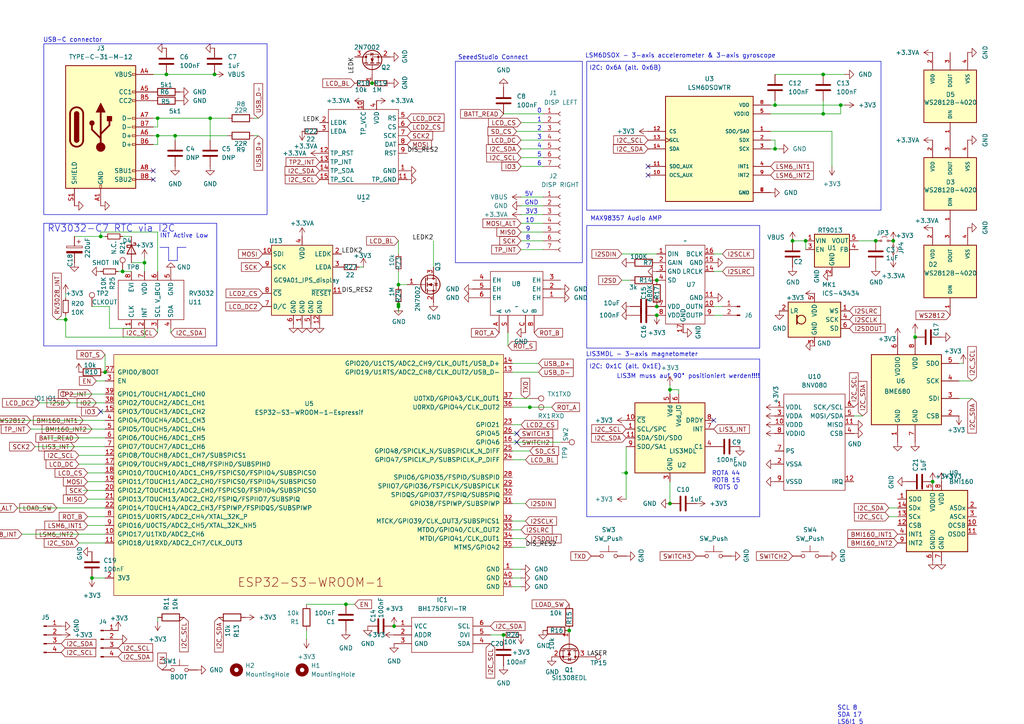
<source format=kicad_sch>
(kicad_sch (version 20250114) (generator "eeschema") (generator_version "9.0")
  (paper "A4")
  (title_block (title "Sensor Puck") (date "2024-11-21") (rev "1") (company "uspizig"))
  (lib_symbols
    (symbol "BH1750FVI-TR:BH1750FVI-TR" (pin_names (offset 0.762))
      (property "Reference" "IC" (at 24.13 7.62 0))
      (property "Value" "BH1750FVI-TR" (at 24.13 5.08 0))
      (symbol "BH1750FVI-TR_0_0"
        (pin passive line (at 0 0 0) (length 5.08) (name "VCC") (number "1"))
        (pin passive line (at 0 -2.54 0) (length 5.08) (name "ADDR") (number "2"))
        (pin passive line (at 0 -5.08 0) (length 5.08) (name "GND") (number "3"))
        (pin passive line (at 27.94 0 180) (length 5.08) (name "SCL") (number "6"))
        (pin passive line (at 27.94 -2.54 180) (length 5.08) (name "DVI") (number "5"))
        (pin passive line (at 27.94 -5.08 180) (length 5.08) (name "SDA") (number "4"))
      )
    )
    (symbol "BNV080:BNV080"
      (property "Reference" "U" (at 3.556 -12.954 0))
      (property "Value" "BNV080" (at 0 0 0))
      (symbol "BNV080_1_1"
        (pin power_in line (at -7.62 -1.27 0) (length 2.54) (name "VDDL") (number "1"))
        (pin power_in line (at -7.62 -3.81 0) (length 2.54) (name "VDDA") (number "3"))
        (pin power_in line (at -7.62 -6.35 0) (length 2.54) (name "VDDD") (number "10"))
        (pin power_in line (at -7.62 -8.89 0) (length 2.54) (name "VDDIO") (number "8"))
        (pin power_in line (at -7.62 -13.97 0) (length 2.54) (name "PS") (number "7"))
        (pin power_in line (at -7.62 -17.78 0) (length 2.54) (name "VSSA") (number "2"))
        (pin power_in line (at -7.62 -22.86 0) (length 2.54) (name "VSSD") (number "9"))
        (pin no_connect line (at -5.08 1.27 180) (length 2.54) (hide yes) (name "N/C") (number "13"))
        (pin bidirectional line (at 15.24 -1.27 180) (length 2.54) (name "SCK/SCL") (number "6"))
        (pin bidirectional line (at 15.24 -3.81 180) (length 2.54) (name "MOSI/SDA") (number "5"))
        (pin bidirectional line (at 15.24 -6.35 180) (length 2.54) (name "MISO") (number "11"))
        (pin bidirectional line (at 15.24 -8.89 180) (length 2.54) (name "CSB") (number "4"))
        (pin bidirectional line (at 15.24 -22.86 180) (length 2.54) (name "IRQ") (number "12"))
      )
    )
    (symbol "Connector:Conn_01x02_Pin" (pin_names (offset 1.016) (hide yes))
      (property "Reference" "J" (at 0 2.54 0))
      (property "Value" "Conn_01x02_Pin" (at 0 -5.08 0))
      (symbol "Conn_01x02_Pin_1_1"
        (pin passive line (at 5.08 0 180) (length 3.81) (name "Pin_1") (number "1"))
        (pin passive line (at 5.08 -2.54 180) (length 3.81) (name "Pin_2") (number "2"))
      )
    )
    (symbol "Connector:Conn_01x04_Pin" (pin_names (offset 1.016) (hide yes))
      (property "Reference" "J" (at 0 5.08 0))
      (property "Value" "Conn_01x04_Pin" (at 0 -7.62 0))
      (symbol "Conn_01x04_Pin_1_1"
        (pin passive line (at 5.08 2.54 180) (length 3.81) (name "Pin_1") (number "1"))
        (pin passive line (at 5.08 0 180) (length 3.81) (name "Pin_2") (number "2"))
        (pin passive line (at 5.08 -2.54 180) (length 3.81) (name "Pin_3") (number "3"))
        (pin passive line (at 5.08 -5.08 180) (length 3.81) (name "Pin_4") (number "4"))
      )
    )
    (symbol "Connector:Conn_01x07_Socket" (pin_names (offset 1.016) (hide yes))
      (property "Reference" "J" (at 0 10.16 0))
      (property "Value" "Conn_01x07_Socket" (at 0 -10.16 0))
      (symbol "Conn_01x07_Socket_1_1"
        (pin passive line (at -5.08 7.62 0) (length 3.81) (name "Pin_1") (number "1"))
        (pin passive line (at -5.08 5.08 0) (length 3.81) (name "Pin_2") (number "2"))
        (pin passive line (at -5.08 2.54 0) (length 3.81) (name "Pin_3") (number "3"))
        (pin passive line (at -5.08 0 0) (length 3.81) (name "Pin_4") (number "4"))
        (pin passive line (at -5.08 -2.54 0) (length 3.81) (name "Pin_5") (number "5"))
        (pin passive line (at -5.08 -5.08 0) (length 3.81) (name "Pin_6") (number "6"))
        (pin passive line (at -5.08 -7.62 0) (length 3.81) (name "Pin_7") (number "7"))
      )
    )
    (symbol "Connector:TestPoint" (pin_numbers (hide yes)) (pin_names (offset 0.762) (hide yes))
      (property "Reference" "TP" (at 0 6.858 0))
      (property "Value" "TestPoint" (at 0 5.08 0))
      (symbol "TestPoint_1_1"
        (pin passive line (at 0 0 90) (length 2.54) (name "1") (number "1"))
      )
    )
    (symbol "Connector:USB_C_Receptacle_USB2.0_16P" (pin_names (offset 1.016))
      (property "Reference" "J" (at 0 22.225 0))
      (property "Value" "USB_C_Receptacle_USB2.0_16P" (at 0 19.685 0))
      (symbol "USB_C_Receptacle_USB2.0_16P_1_1"
        (pin passive line (at -7.62 -22.86 90) (length 5.08) (name "SHIELD") (number "S1"))
        (pin passive line (at 0 -22.86 90) (length 5.08) (name "GND") (number "A1"))
        (pin passive line (at 0 -22.86 90) (length 5.08) (hide yes) (name "GND") (number "A12"))
        (pin passive line (at 0 -22.86 90) (length 5.08) (hide yes) (name "GND") (number "B1"))
        (pin passive line (at 0 -22.86 90) (length 5.08) (hide yes) (name "GND") (number "B12"))
        (pin passive line (at 15.24 15.24 180) (length 5.08) (name "VBUS") (number "A4"))
        (pin passive line (at 15.24 15.24 180) (length 5.08) (hide yes) (name "VBUS") (number "A9"))
        (pin passive line (at 15.24 15.24 180) (length 5.08) (hide yes) (name "VBUS") (number "B4"))
        (pin passive line (at 15.24 15.24 180) (length 5.08) (hide yes) (name "VBUS") (number "B9"))
        (pin bidirectional line (at 15.24 10.16 180) (length 5.08) (name "CC1") (number "A5"))
        (pin bidirectional line (at 15.24 7.62 180) (length 5.08) (name "CC2") (number "B5"))
        (pin bidirectional line (at 15.24 2.54 180) (length 5.08) (name "D-") (number "A7"))
        (pin bidirectional line (at 15.24 0 180) (length 5.08) (name "D-") (number "B7"))
        (pin bidirectional line (at 15.24 -2.54 180) (length 5.08) (name "D+") (number "A6"))
        (pin bidirectional line (at 15.24 -5.08 180) (length 5.08) (name "D+") (number "B6"))
        (pin bidirectional line (at 15.24 -12.7 180) (length 5.08) (name "SBU1") (number "A8"))
        (pin bidirectional line (at 15.24 -15.24 180) (length 5.08) (name "SBU2") (number "B8"))
      )
    )
    (symbol "Device:C" (pin_numbers (hide yes)) (pin_names (offset 0.254))
      (property "Reference" "C" (at 0.635 2.54 0))
      (property "Value" "C" (at 0.635 -2.54 0))
      (symbol "C_1_1"
        (pin passive line (at 0 3.81 270) (length 2.794) (name "~") (number "1"))
        (pin passive line (at 0 -3.81 90) (length 2.794) (name "~") (number "2"))
      )
    )
    (symbol "Device:C_Polarized" (pin_numbers (hide yes)) (pin_names (offset 0.254))
      (property "Reference" "C" (at 0.635 2.54 0))
      (property "Value" "C_Polarized" (at 0.635 -2.54 0))
      (symbol "C_Polarized_1_1"
        (pin passive line (at 0 3.81 270) (length 2.794) (name "~") (number "1"))
        (pin passive line (at 0 -3.81 90) (length 2.794) (name "~") (number "2"))
      )
    )
    (symbol "Device:R" (pin_numbers (hide yes)) (pin_names (offset 0))
      (property "Reference" "R" (at 2.032 0 90))
      (property "Value" "R" (at 0 0 90))
      (symbol "R_1_1"
        (pin passive line (at 0 3.81 270) (length 1.27) (name "~") (number "1"))
        (pin passive line (at 0 -3.81 90) (length 1.27) (name "~") (number "2"))
      )
    )
    (symbol "Device:R_Small" (pin_numbers (hide yes)) (pin_names (offset 0.254) (hide yes))
      (property "Reference" "R" (at 0.762 0.508 0))
      (property "Value" "R_Small" (at 0.762 -1.016 0))
      (symbol "R_Small_1_1"
        (pin passive line (at 0 2.54 270) (length 0.762) (name "~") (number "1"))
        (pin passive line (at 0 -2.54 90) (length 0.762) (name "~") (number "2"))
      )
    )
    (symbol "Diode:MBR0530" (pin_numbers (hide yes)) (pin_names (offset 1.016) (hide yes))
      (property "Reference" "D" (at 0 2.54 0))
      (property "Value" "MBR0530" (at 0 -2.54 0))
      (symbol "MBR0530_1_1"
        (pin passive line (at -3.81 0 0) (length 2.54) (name "K") (number "1"))
        (pin passive line (at 3.81 0 180) (length 2.54) (name "A") (number "2"))
      )
    )
    (symbol "Jumper:Jumper_2_Small_Open" (pin_numbers (hide yes)) (pin_names (offset 0) (hide yes)) (exclude_from_sim yes)
      (property "Reference" "JP" (at 0 2.794 0))
      (property "Value" "Jumper_2_Small_Open" (at 0 -2.286 0))
      (symbol "Jumper_2_Small_Open_1_1"
        (pin passive line (at -2.54 0 0) (length 1.27) (name "A") (number "1"))
        (pin passive line (at 2.54 0 180) (length 1.27) (name "B") (number "2"))
      )
    )
    (symbol "LSM6DSOXTR:LSM6DSOXTR" (pin_names (offset 1.016))
      (property "Reference" "U" (at -12.7 16.002 0))
      (property "Value" "LSM6DSOXTR" (at -12.7 -17.78 0))
      (symbol "LSM6DSOXTR_0_0"
        (pin input line (at -17.78 5.08 0) (length 5.08) (name "CS") (number "12"))
        (pin input clock (at -17.78 2.54 0) (length 5.08) (name "SCL") (number "13"))
        (pin bidirectional line (at -17.78 0 0) (length 5.08) (name "SDA") (number "14"))
        (pin bidirectional line (at -17.78 -5.08 0) (length 5.08) (name "SDO_AUX") (number "11"))
        (pin bidirectional line (at -17.78 -7.62 0) (length 5.08) (name "OCS_AUX") (number "10"))
        (pin power_in line (at 17.78 12.7 180) (length 5.08) (name "VDD") (number "8"))
        (pin power_in line (at 17.78 10.16 180) (length 5.08) (name "VDDIO") (number "5"))
        (pin bidirectional line (at 17.78 5.08 180) (length 5.08) (name "SDO/SA0") (number "1"))
        (pin bidirectional line (at 17.78 2.54 180) (length 5.08) (name "SDX") (number "2"))
        (pin bidirectional line (at 17.78 0 180) (length 5.08) (name "SCX") (number "3"))
        (pin output line (at 17.78 -5.08 180) (length 5.08) (name "INT1") (number "4"))
        (pin output line (at 17.78 -7.62 180) (length 5.08) (name "INT2") (number "9"))
        (pin power_in line (at 17.78 -12.7 180) (length 5.08) (name "GND") (number "6"))
        (pin power_in line (at 17.78 -12.7 180) (length 5.08) (name "GND") (number "7"))
      )
    )
    (symbol "MAX98357AETE+T:MAX98357A"
      (property "Reference" "U3" (at -3.175 2.54 0))
      (property "Value" "~" (at -3.175 0 0))
      (symbol "MAX98357A_1_1"
        (pin input line (at -11.43 -3.81 0) (length 2.54) (name "DIN") (number "1"))
        (pin input line (at -11.43 -6.35 0) (length 2.54) (name "GAIN") (number "2"))
        (pin power_in line (at -11.43 -8.89 0) (length 2.54) (name "GND") (number "3"))
        (pin bidirectional line (at -11.43 -11.43 0) (length 2.54) (name "SD") (number "4"))
        (pin bidirectional line (at -11.43 -13.97 0) (length 2.54) (hide yes) (name "N.C.") (number "5"))
        (pin bidirectional line (at -11.43 -16.51 0) (length 2.54) (hide yes) (name "N.C.") (number "6"))
        (pin power_in line (at -11.43 -19.05 0) (length 2.54) (name "VDD") (number "7"))
        (pin power_in line (at -11.43 -21.59 0) (length 2.54) (name "VDD") (number "8"))
        (pin power_in line (at -3.81 -26.67 90) (length 2.54) (name "GND") (number "17"))
        (pin input line (at 5.08 -3.81 180) (length 2.54) (name "BCLK") (number "16"))
        (pin power_in line (at 5.08 -6.35 180) (length 2.54) (name "GND") (number "15"))
        (pin input line (at 5.08 -8.89 180) (length 2.54) (name "LRCLK") (number "14"))
        (pin bidirectional line (at 5.08 -11.43 180) (length 2.54) (hide yes) (name "N.C.") (number "13"))
        (pin bidirectional line (at 5.08 -13.97 180) (length 2.54) (hide yes) (name "N.C.") (number "12"))
        (pin power_in line (at 5.08 -16.51 180) (length 2.54) (name "GND") (number "11"))
        (pin input line (at 5.08 -19.05 180) (length 2.54) (name "OUTN") (number "10"))
        (pin input line (at 5.08 -21.59 180) (length 2.54) (name "OUTP") (number "9"))
      )
    )
    (symbol "Mechanical:MountingHole" (pin_names (offset 1.016)) (exclude_from_sim yes) (in_bom no)
      (property "Reference" "H" (at 0 5.08 0))
      (property "Value" "MountingHole" (at 0 3.175 0))
    )
    (symbol "ProPrj_tes-easyedapro:SIQ-02FVS3"
      (property "Reference" "U" (at 0 0 0))
      (symbol "SIQ-02FVS3_1_0"
        (pin unspecified line (at -12.7 7.62 0) (length 5.08) (name "EH") (number "4"))
        (pin unspecified line (at -12.7 5.08 0) (length 5.08) (name "EH") (number "5"))
        (pin unspecified line (at -12.7 2.54 0) (length 5.08) (name "EH") (number "6"))
        (pin unspecified line (at -5.08 -7.62 90) (length 5.08) (name "A") (number "A"))
        (pin unspecified line (at -2.54 -7.62 90) (length 5.08) (name "S") (number "S"))
        (pin unspecified line (at 2.54 -7.62 90) (length 5.08) (name "C") (number "C"))
        (pin unspecified line (at 5.08 -7.62 90) (length 5.08) (name "B") (number "B"))
        (pin unspecified line (at 12.7 7.62 180) (length 5.08) (name "EH") (number "3"))
        (pin unspecified line (at 12.7 5.08 180) (length 5.08) (name "EH") (number "2"))
        (pin unspecified line (at 12.7 2.54 180) (length 5.08) (name "EH") (number "1"))
      )
    )
    (symbol "Regulator_Linear:TPS72201" (pin_names (offset 0.254))
      (property "Reference" "U" (at -3.81 5.715 0))
      (property "Value" "TPS72201" (at 0 5.715 0))
      (symbol "TPS72201_1_1"
        (pin power_in line (at -7.62 2.54 0) (length 2.54) (name "VIN") (number "1"))
        (pin input line (at -7.62 0 0) (length 2.54) (name "EN") (number "3"))
        (pin power_in line (at 0 -7.62 90) (length 2.54) (name "GND") (number "2"))
        (pin power_out line (at 7.62 2.54 180) (length 2.54) (name "VOUT") (number "5"))
        (pin input line (at 7.62 0 180) (length 2.54) (name "FB") (number "4"))
      )
    )
    (symbol "Sensor:BME680"
      (property "Reference" "U" (at -8.89 11.43 0))
      (property "Value" "BME680" (at 7.62 11.43 0))
      (symbol "BME680_1_1"
        (pin power_in line (at -2.54 15.24 270) (length 5.08) (name "VDDIO") (number "6"))
        (pin power_in line (at -2.54 -15.24 90) (length 5.08) (name "GND") (number "1"))
        (pin power_in line (at 2.54 15.24 270) (length 5.08) (name "VDD") (number "8"))
        (pin power_in line (at 2.54 -15.24 90) (length 5.08) (name "GND") (number "7"))
        (pin bidirectional line (at 15.24 7.62 180) (length 5.08) (name "SDO") (number "5"))
        (pin input line (at 15.24 2.54 180) (length 5.08) (name "SCK") (number "4"))
        (pin bidirectional line (at 15.24 -2.54 180) (length 5.08) (name "SDI") (number "3"))
        (pin input line (at 15.24 -7.62 180) (length 5.08) (name "CSB") (number "2"))
      )
    )
    (symbol "Sensor_Audio:ICS-43434"
      (property "Reference" "MK" (at -7.62 6.35 0))
      (property "Value" "ICS-43434" (at 1.27 6.35 0))
      (symbol "ICS-43434_1_1"
        (pin input line (at -10.16 2.54 0) (length 2.54) (name "LR") (number "2"))
        (pin power_in line (at 0 7.62 270) (length 2.54) (name "VDD") (number "5"))
        (pin power_in line (at 0 -7.62 90) (length 2.54) (name "GND") (number "3"))
        (pin input line (at 10.16 2.54 180) (length 2.54) (name "WS") (number "1"))
        (pin input line (at 10.16 0 180) (length 2.54) (name "SCK") (number "4"))
        (pin output line (at 10.16 -2.54 180) (length 2.54) (name "SD") (number "6"))
      )
    )
    (symbol "Sensor_Magnetic:LIS3MDL"
      (property "Reference" "U" (at -8.89 11.43 0))
      (property "Value" "LIS3MDL" (at 7.62 11.43 0))
      (symbol "LIS3MDL_1_1"
        (pin input line (at -12.7 5.08 0) (length 2.54) (name "~{CS}") (number "10"))
        (pin input line (at -12.7 2.54 0) (length 2.54) (name "SCL/SPC") (number "1"))
        (pin bidirectional line (at -12.7 0 0) (length 2.54) (name "SDA/SDI/SDO") (number "11"))
        (pin bidirectional line (at -12.7 -2.54 0) (length 2.54) (name "SDO/SA1") (number "9"))
        (pin power_in line (at 0 12.7 270) (length 2.54) (name "Vdd") (number "5"))
        (pin passive line (at 0 -12.7 90) (length 2.54) (hide yes) (name "GND") (number "12"))
        (pin passive line (at 0 -12.7 90) (length 2.54) (hide yes) (name "GND") (number "2"))
        (pin power_in line (at 0 -12.7 90) (length 2.54) (name "GND") (number "3"))
        (pin power_in line (at 2.54 12.7 270) (length 2.54) (name "Vdd_IO") (number "6"))
        (pin output line (at 12.7 5.08 180) (length 2.54) (name "DRDY") (number "8"))
        (pin output line (at 12.7 2.54 180) (length 2.54) (name "INT") (number "7"))
        (pin power_out line (at 12.7 -2.54 180) (length 2.54) (name "C1") (number "4"))
      )
    )
    (symbol "Sensor_Motion:BMI160"
      (property "Reference" "U" (at -10.16 8.89 0))
      (property "Value" "BMI160" (at 7.62 8.89 0))
      (symbol "BMI160_1_1"
        (pin bidirectional line (at -12.7 5.08 0) (length 2.54) (name "SDO") (number "1"))
        (pin bidirectional line (at -12.7 2.54 0) (length 2.54) (name "SDx") (number "14"))
        (pin input line (at -12.7 0 0) (length 2.54) (name "SCx") (number "13"))
        (pin input line (at -12.7 -2.54 0) (length 2.54) (name "CSB") (number "12"))
        (pin bidirectional line (at -12.7 -5.08 0) (length 2.54) (name "INT1") (number "4"))
        (pin bidirectional line (at -12.7 -7.62 0) (length 2.54) (name "INT2") (number "9"))
        (pin power_in line (at -2.54 10.16 270) (length 2.54) (name "VDDIO") (number "5"))
        (pin power_in line (at -2.54 -12.7 90) (length 2.54) (name "GNDIO") (number "6"))
        (pin power_in line (at 0 10.16 270) (length 2.54) (name "VDD") (number "8"))
        (pin power_in line (at 0 -12.7 90) (length 2.54) (name "GND") (number "7"))
        (pin bidirectional line (at 10.16 2.54 180) (length 2.54) (name "ASDx") (number "2"))
        (pin output line (at 10.16 0 180) (length 2.54) (name "ASCx") (number "3"))
        (pin bidirectional line (at 10.16 -2.54 180) (length 2.54) (name "OCSB") (number "10"))
        (pin bidirectional line (at 10.16 -5.08 180) (length 2.54) (name "OSDO") (number "11"))
      )
    )
    (symbol "Switch:SW_Push" (pin_numbers (hide yes)) (pin_names (offset 1.016) (hide yes))
      (property "Reference" "SW" (at 1.27 2.54 0))
      (property "Value" "SW_Push" (at 0 -1.524 0))
      (symbol "SW_Push_0_1"
        (pin passive line (at -5.08 0 0) (length 2.54) (name "1") (number "1"))
        (pin passive line (at 5.08 0 180) (length 2.54) (name "2") (number "2"))
      )
    )
    (symbol "Transistor_FET:2N7002" (pin_names (hide yes))
      (property "Reference" "Q" (at 5.08 1.905 0))
      (property "Value" "2N7002" (at 5.08 0 0))
      (symbol "2N7002_1_1"
        (pin input line (at -5.08 0 0) (length 2.54) (name "G") (number "1"))
        (pin passive line (at 2.54 5.08 270) (length 2.54) (name "D") (number "3"))
        (pin passive line (at 2.54 -5.08 90) (length 2.54) (name "S") (number "2"))
      )
    )
    (symbol "Transistor_FET:2N7002K" (pin_names (hide yes))
      (property "Reference" "Q" (at 5.08 1.905 0))
      (property "Value" "2N7002K" (at 5.08 0 0))
      (symbol "2N7002K_1_1"
        (pin input line (at -5.08 0 0) (length 2.54) (name "G") (number "1"))
        (pin passive line (at 2.54 5.08 270) (length 2.54) (name "D") (number "3"))
        (pin passive line (at 2.54 -5.08 90) (length 2.54) (name "S") (number "2"))
      )
    )
    (symbol "WS2812B-4020:WS2812B-4020" (pin_names (offset 1.016))
      (property "Reference" "D" (at -7.62 8.128 0))
      (property "Value" "WS2812B-4020" (at -7.62 -10.16 0))
      (symbol "WS2812B-4020_0_0"
        (pin input line (at -12.7 0 0) (length 5.08) (name "DIN") (number "1"))
        (pin power_in line (at 12.7 5.08 180) (length 5.08) (name "VDD") (number "2"))
        (pin output line (at 12.7 0 180) (length 5.08) (name "DOUT") (number "3"))
        (pin power_in line (at 12.7 -5.08 180) (length 5.08) (name "VSS") (number "4"))
      )
    )
    (symbol "esp32baseBoard-rescue:GND-power" (power) (pin_names (offset 0))
      (property "Value" "power_GND" (at 0 -3.81 0))
      (symbol "GND-power_1_1"
        (pin power_in line (at 0 0 270) (length 0) (hide yes) (name "GND") (number "1"))
      )
    )
    (symbol "gc9a01_Touch:GC9A01_CST8161T_Touch"
      (property "Reference" "U" (at -3.302 -3.048 0))
      (symbol "GC9A01_CST8161T_Touch_1_1"
        (pin power_in line (at -16.51 3.81 0) (length 2.54) (name "LEDK") (number "2"))
        (pin power_in line (at -16.51 1.27 0) (length 2.54) (name "LEDA") (number "3"))
        (pin bidirectional line (at -16.51 -5.08 0) (length 2.54) (name "TP_RST") (number "12"))
        (pin bidirectional line (at -16.51 -7.62 0) (length 2.54) (name "TP_INT") (number "13"))
        (pin bidirectional line (at -16.51 -10.16 0) (length 2.54) (name "TP_SDA") (number "14"))
        (pin bidirectional line (at -16.51 -12.7 0) (length 2.54) (name "TP_SCL") (number "15"))
        (pin power_in line (at -3.81 10.16 270) (length 2.54) (name "TP_VCC") (number "10"))
        (pin power_in line (at 0 10.16 270) (length 2.54) (name "VDD") (number "4"))
        (pin bidirectional line (at 8.89 5.08 180) (length 2.54) (name "RS") (number "5"))
        (pin bidirectional line (at 8.89 2.54 180) (length 2.54) (name "CS") (number "6"))
        (pin bidirectional line (at 8.89 0 180) (length 2.54) (name "SCK") (number "7"))
        (pin bidirectional line (at 8.89 -2.54 180) (length 2.54) (name "DAT") (number "8"))
        (pin bidirectional line (at 8.89 -5.08 180) (length 2.54) (name "RST") (number "9"))
        (pin power_in line (at 8.89 -10.16 180) (length 2.54) (name "GND") (number "1"))
        (pin power_in line (at 8.89 -12.7 180) (length 2.54) (name "TP_GND") (number "11"))
      )
    )
    (symbol "open-Smartwatch:GC9A01_IPS_display_SPI" (pin_names (offset 0.381))
      (property "Reference" "U" (at -7.62 11.43 0))
      (property "Value" "GC9A01_IPS_display_SPI" (at 12.7 11.43 0))
      (symbol "GC9A01_IPS_display_SPI_0_0"
        (pin bidirectional line (at -11.43 7.62 0) (length 2.54) (name "SDI") (number "10"))
        (pin input line (at -11.43 3.81 0) (length 2.54) (name "SCK") (number "9"))
        (pin input line (at -11.43 -3.81 0) (length 2.54) (name "~{CS}") (number "8"))
        (pin input line (at -11.43 -7.62 0) (length 2.54) (name "D/C") (number "7"))
        (pin power_in line (at -2.54 -12.7 90) (length 2.54) (name "GND") (number "6"))
        (pin power_in line (at 0 12.7 270) (length 2.54) (name "VDD") (number "4"))
        (pin power_in line (at 0 -12.7 90) (length 2.54) (name "GND") (number "1"))
        (pin power_in line (at 2.54 -12.7 90) (length 2.54) (name "GND") (number "5"))
        (pin power_in line (at 5.08 -12.7 90) (length 2.54) (name "GND") (number "12"))
        (pin passive line (at 11.43 7.62 180) (length 2.54) (name "LEDK") (number "2"))
        (pin passive line (at 11.43 3.81 180) (length 2.54) (name "LEDA") (number "3"))
        (pin input line (at 11.43 -3.81 180) (length 2.54) (name "~{RESET}") (number "11"))
      )
    )
    (symbol "power:+3.3V" (power) (pin_names (offset 0))
      (property "Value" "+3.3V" (at 0 3.556 0))
      (symbol "+3.3V_1_1"
        (pin power_in line (at 0 0 90) (length 0) (hide yes) (name "+3V3") (number "1"))
      )
    )
    (symbol "power:+3.3VA" (power) (pin_numbers (hide yes)) (pin_names (offset 0) (hide yes))
      (property "Value" "+3.3VA" (at 0 3.556 0))
      (symbol "+3.3VA_1_1"
        (pin power_in line (at 0 0 90) (length 0) (name "~") (number "1"))
      )
    )
    (symbol "power:+3V3" (power) (pin_numbers (hide yes)) (pin_names (offset 0) (hide yes))
      (property "Value" "+3V3" (at 0 3.556 0))
      (symbol "+3V3_1_1"
        (pin power_in line (at 0 0 90) (length 0) (name "~") (number "1"))
      )
    )
    (symbol "power:GND" (power) (pin_numbers (hide yes)) (pin_names (offset 0) (hide yes))
      (property "Value" "GND" (at 0 -3.81 0))
      (symbol "GND_1_1"
        (pin power_in line (at 0 0 270) (length 0) (name "~") (number "1"))
      )
    )
    (symbol "power:VBUS" (power) (pin_numbers (hide yes)) (pin_names (offset 0) (hide yes))
      (property "Value" "VBUS" (at 0 3.556 0))
      (symbol "VBUS_1_1"
        (pin power_in line (at 0 0 90) (length 0) (name "~") (number "1"))
      )
    )
    (symbol "rv3028:RV3028-C7"
      (property "Reference" "U" (at -2.54 5.08 0))
      (symbol "RV3028-C7_1_1"
        (pin input line (at -8.89 2.54 0) (length 2.54) (name "CLK") (number "1"))
        (pin output line (at -8.89 -1.27 0) (length 2.54) (name "INT") (number "2"))
        (pin bidirectional line (at -8.89 -5.08 0) (length 2.54) (name "SCL") (number "3"))
        (pin bidirectional line (at -8.89 -8.89 0) (length 2.54) (name "SDA") (number "4"))
        (pin input line (at 7.62 2.54 180) (length 2.54) (name "EVI") (number "8"))
        (pin power_in line (at 7.62 -1.27 180) (length 2.54) (name "VDD") (number "7"))
        (pin power_in line (at 7.62 -5.08 180) (length 2.54) (name "V_BCU") (number "6"))
        (pin bidirectional line (at 7.62 -8.89 180) (length 2.54) (name "GND") (number "5"))
      )
    )
    (symbol "s3Basic-rescue:ESP32-S3-WROOM-1-Espressif" (pin_names (offset 1.016))
      (property "Reference" "U" (at 0 35.56 0))
      (property "Value" "ESP32-S3-WROOM-1-Espressif" (at 0 -36.83 0))
      (symbol "ESP32-S3-WROOM-1-Espressif_0_0"
        (text "ESP32-S3-WROOM-1" (at 0 -31.75 0) (effects (font (size 2.54 2.54))))
        (pin bidirectional line (at -59.69 29.21 0) (length 2.54) (name "GPIO0/BOOT") (number "27"))
        (pin input line (at -59.69 26.67 0) (length 2.54) (name "EN") (number "3"))
        (pin bidirectional line (at -59.69 22.86 0) (length 2.54) (name "GPIO1/TOUCH1/ADC1_CH0") (number "39"))
        (pin bidirectional line (at -59.69 20.32 0) (length 2.54) (name "GPIO2/TOUCH2/ADC1_CH1") (number "38"))
        (pin bidirectional line (at -59.69 17.78 0) (length 2.54) (name "GPIO3/TOUCH3/ADC1_CH2") (number "15"))
        (pin bidirectional line (at -59.69 15.24 0) (length 2.54) (name "GPIO4/TOUCH4/ADC1_CH3") (number "4"))
        (pin bidirectional line (at -59.69 12.7 0) (length 2.54) (name "GPIO5/TOUCH5/ADC1_CH4") (number "5"))
        (pin bidirectional line (at -59.69 10.16 0) (length 2.54) (name "GPIO6/TOUCH6/ADC1_CH5") (number "6"))
        (pin bidirectional line (at -59.69 7.62 0) (length 2.54) (name "GPIO7/TOUCH7/ADC1_CH6") (number "7"))
        (pin bidirectional line (at -59.69 5.08 0) (length 2.54) (name "GPIO8/TOUCH8/ADC1_CH7/SUBSPICS1") (number "12"))
        (pin bidirectional line (at -59.69 2.54 0) (length 2.54) (name "GPIO9/TOUCH9/ADC1_CH8/FSPIHD/SUBSPIHD") (number "17"))
        (pin bidirectional line (at -59.69 0 0) (length 2.54) (name "GPIO10/TOUCH10/ADC1_CH9/FSPICS0/FSPIIO4/SUBSPICS0") (number "18"))
        (pin bidirectional line (at -59.69 -2.54 0) (length 2.54) (name "GPIO11/TOUCH11/ADC2_CH0/FSPICS0/FSPIIO4/SUBSPICS0") (number "19"))
        (pin bidirectional line (at -59.69 -5.08 0) (length 2.54) (name "GPIO12/TOUCH11/ADC2_CH0/FSPICS0/FSPIIO4/SUBSPICS0") (number "20"))
        (pin bidirectional line (at -59.69 -7.62 0) (length 2.54) (name "GPIO13/TOUCH13/ADC2_CH2/FSPIQ/FSPIIO7/SUBSPIQ") (number "21"))
        (pin bidirectional line (at -59.69 -10.16 0) (length 2.54) (name "GPIO14/TOUCH14/ADC2_CH3/FSPIWP/FSPIDQS/SUBSPIWP") (number "22"))
        (pin bidirectional line (at -59.69 -12.7 0) (length 2.54) (name "GPIO15/U0RTS/ADC2_CH4/XTAL_32K_P") (number "8"))
        (pin bidirectional line (at -59.69 -15.24 0) (length 2.54) (name "GPIO16/U0CTS/ADC2_CH5/XTAL_32K_NH5") (number "9"))
        (pin bidirectional line (at -59.69 -17.78 0) (length 2.54) (name "GPIO17/U1TXD/ADC2_CH6") (number "10"))
        (pin bidirectional line (at -59.69 -20.32 0) (length 2.54) (name "GPIO18/U1RXD/ADC2_CH7/CLK_OUT3") (number "11"))
        (pin power_in line (at -59.69 -30.48 0) (length 2.54) (name "3V3") (number "2"))
        (pin bidirectional line (at 58.42 31.75 180) (length 2.54) (name "GPIO20/U1CTS/ADC2_CH9/CLK_OUT1/USB_D+") (number "14"))
        (pin bidirectional line (at 58.42 29.21 180) (length 2.54) (name "GPIO19/U1RTS/ADC2_CH8/CLK_OUT2/USB_D-") (number "13"))
        (pin bidirectional line (at 58.42 21.59 180) (length 2.54) (name "U0TXD/GPIO43/CLK_OUT1") (number "37"))
        (pin bidirectional line (at 58.42 19.05 180) (length 2.54) (name "U0RXD/GPIO44/CLK_OUT2") (number "36"))
        (pin bidirectional line (at 58.42 13.97 180) (length 2.54) (name "GPIO21") (number "23"))
        (pin bidirectional line (at 58.42 11.43 180) (length 2.54) (name "GPIO45") (number "26"))
        (pin bidirectional line (at 58.42 8.89 180) (length 2.54) (name "GPIO46") (number "16"))
        (pin bidirectional line (at 58.42 6.35 180) (length 2.54) (name "GPIO48/SPICLK_N/SUBSPICLK_N_DIFF") (number "25"))
        (pin bidirectional line (at 58.42 3.81 180) (length 2.54) (name "GPIO47/SPICLK_P/SUBSPICLK_P_DIFF") (number "24"))
        (pin bidirectional line (at 58.42 -1.27 180) (length 2.54) (name "SPIIO6/GPIO35/FSPID/SUBSPID") (number "28"))
        (pin bidirectional line (at 58.42 -3.81 180) (length 2.54) (name "SPIIO7/GPIO36/FSPICLK/SUBSPICLK") (number "29"))
        (pin bidirectional line (at 58.42 -6.35 180) (length 2.54) (name "SPIDQS/GPIO37/FSPIQ/SUBSPIQ") (number "30"))
        (pin bidirectional line (at 58.42 -8.89 180) (length 2.54) (name "GPIO38/FSPIWP/SUBSPIWP") (number "31"))
        (pin bidirectional line (at 58.42 -13.97 180) (length 2.54) (name "MTCK/GPIO39/CLK_OUT3/SUBSPICS1") (number "32"))
        (pin bidirectional line (at 58.42 -16.51 180) (length 2.54) (name "MTDO/GPIO40/CLK_OUT2") (number "33"))
        (pin bidirectional line (at 58.42 -19.05 180) (length 2.54) (name "MTDI/GPIO41/CLK_OUT1") (number "34"))
        (pin bidirectional line (at 58.42 -21.59 180) (length 2.54) (name "MTMS/GPIO42") (number "35"))
        (pin power_in line (at 58.42 -27.94 180) (length 2.54) (name "GND") (number "1"))
        (pin power_in line (at 58.42 -30.48 180) (length 2.54) (name "GND") (number "40"))
        (pin power_in line (at 58.42 -33.02 180) (length 2.54) (name "GND") (number "41"))
      )
    )
  )
  (rectangle (start 170.18 104.14) (end 220.345 149.86))
  (rectangle (start 170.18 17.78) (end 255.524 60.96))
  (rectangle (start 132.08 17.78) (end 168.91 76.2))
  (rectangle (start 12.7 12.7) (end 77.47 62.23))
  (rectangle (start 170.18 65.405) (end 220.345 100.965))
  (text "USB-C connector" (at 21.082 11.684 0) (effects (font (size 1.27 1.27))))
  (text "PROBLEM-Double  Hit:\n- Load SW & PIN7\n- BMI160INT2 & WS2812\n- LIS3 INT1 doppelt zu SCK Display\n- LSM6 INT2 doppelt zu RV3028 INT\n- BMI160INT1 & TP_INT\n\n- LCD-DC doppelt zu I2S SD\nSwitch 2 nicht durchverbunden -> TP9" (at 115.062 235.712 0) (effects (font (size 1.27 1.27)) (justify left bottom)))
  (text "5" (at 156.464 44.958 0) (effects (font (size 1.27 1.27))))
  (text "10" (at 153.67 64.008 0) (effects (font (size 1.27 1.27))))
  (text "7" (at 153.162 71.628 0) (effects (font (size 1.27 1.27))))
  (text "3" (at 156.464 39.878 0) (effects (font (size 1.27 1.27))))
  (text "INT Active Low" (at 46.355 69.215 0) (effects (font (size 1.27 1.27)) (justify left bottom)))
  (text "LIS3M muss auf 90° positioniert werden!!!!" (at 199.644 109.22 0) (effects (font (size 1.27 1.27))))
  (text "SeeedStudio Connect" (at 143.002 16.764 0) (effects (font (size 1.27 1.27))))
  (text "SCL 8\nSDA 17\nLS6I1 5\nLS6I2 4\nLS3I 18\nBATLV 6\nMOSI 11\nSCK 12\nMISO 13\nLCD DC 14\nLCD CS 21\nLCD BL 47" (at 242.824 216.662 0) (effects (font (size 1.27 1.27)) (justify left)))
  (text "4" (at 156.464 42.418 0) (effects (font (size 1.27 1.27))))
  (text "I2C: 0x1C (alt. 0x1E)" (at 181.356 106.426 0) (effects (font (size 1.27 1.27))))
  (text "NEW Features:\n- Onboard Audio\n- LDR\n- JogDial\n- BMV080" (at 96.774 233.426 0) (effects (font (size 1.27 1.27)) (justify left bottom)))
  (text "Changes in REV2:\nNew Placement of Max98357\nRemoved STC31\nFixed MAX98357 SD Pin to VCC\nRemoved Adress Selection for LSM6 & LIS3M\nNew PINs for MAX98357\nNew Pins for Rotary Encoder ROTA & ROTS\nPossible to use ESP32 16R8\nAdded 3x WS2812-4020\nRST Button replaced by PIN3" (at 154.94 228.854 0) (effects (font (size 1.27 1.27)) (justify left)))
  (text "I2C: 0x6A (alt. 0x6B)" (at 181.356 19.812 0) (effects (font (size 1.27 1.27))))
  (text "LIS3MDL - 3-axis magnetometer" (at 186.182 102.87 0) (effects (font (size 1.27 1.27))))
  (text "RV3032-C7 RTC via I2C" (at 13.716 67.564 0) (effects (font (size 2 2)) (justify left bottom)))
  (text "5V" (at 153.416 56.388 0) (effects (font (size 1.27 1.27))))
  (text "8" (at 153.162 69.088 0) (effects (font (size 1.27 1.27))))
  (text "MAX98357 Audio AMP" (at 181.61 63.5 0) (effects (font (size 1.27 1.27))))
  (text "1" (at 156.464 34.798 0) (effects (font (size 1.27 1.27))))
  (text "GND" (at 154.178 58.928 0) (effects (font (size 1.27 1.27))))
  (text "9" (at 153.162 66.548 0) (effects (font (size 1.27 1.27))))
  (text "LSM6DSOX - 3-axis accelerometer & 3-axis gyroscope" (at 197.358 16.256 0) (effects (font (size 1.27 1.27))))
  (text "2" (at 156.464 37.338 0) (effects (font (size 1.27 1.27))))
  (text "0" (at 156.464 32.258 0) (effects (font (size 1.27 1.27))))
  (text "ROTA 44\nROTB 15\nROTS 0" (at 210.566 139.446 0) (effects (font (size 1.27 1.27))))
  (text "3V3" (at 154.178 61.468 0) (effects (font (size 1.27 1.27))))
  (text "6" (at 156.464 47.498 0) (effects (font (size 1.27 1.27))))
  (junction (at 194.31 113.03))
  (junction (at 165.1 182.88))
  (junction (at 114.3 181.61))
  (junction (at 243.84 30.48))
  (junction (at 190.5 88.9))
  (junction (at 153.67 118.11))
  (junction (at 26.67 167.64))
  (junction (at 238.76 33.02))
  (junction (at 224.79 43.18))
  (junction (at 270.51 139.7))
  (junction (at 146.05 184.15))
  (junction (at 45.72 34.29))
  (junction (at 29.21 68.58))
  (junction (at 115.57 82.55))
  (junction (at 233.68 69.85))
  (junction (at 238.76 21.59))
  (junction (at 115.57 88.9))
  (junction (at 115.57 88.265))
  (junction (at 30.48 107.95))
  (junction (at 48.26 21.59))
  (junction (at 265.43 97.79))
  (junction (at 107.95 24.13))
  (junction (at 50.8 39.37))
  (junction (at 41.91 76.2))
  (junction (at 229.87 69.85))
  (junction (at 19.05 92.71))
  (junction (at 45.72 39.37))
  (junction (at 190.5 81.28))
  (junction (at 194.31 146.05))
  (junction (at 254 69.85))
  (junction (at 100.33 175.26))
  (junction (at 224.79 30.48))
  (junction (at 60.96 34.29))
  (junction (at 259.08 69.85))
  (junction (at 62.23 21.59))
  (junction (at 181.61 137.16))
  (junction (at 35.56 78.74))
  (junction (at 190.5 91.44))
  (no_connect (at 207.01 121.92))
  (no_connect (at 44.45 49.53))
  (no_connect (at 29.21 119.38))
  (no_connect (at 44.45 52.07))
  (no_connect (at 149.86 128.27))
  (no_connect (at 149.86 125.73))
  (no_connect (at 187.96 50.8))
  (no_connect (at 187.96 48.26))
  (wire (pts (xy 115.57 78.74) (xy 115.57 82.55)))
  (wire (pts (xy 104.14 77.47) (xy 105.41 77.47)))
  (wire (pts (xy 60.96 34.29) (xy 60.96 40.64)))
  (wire (pts (xy 45.72 34.29) (xy 44.45 34.29)))
  (wire (pts (xy 224.79 43.18) (xy 226.06 43.18)))
  (wire (pts (xy 151.13 40.64) (xy 157.48 40.64)))
  (wire (pts (xy 196.85 113.03) (xy 196.85 114.3)))
  (wire (pts (xy 44.45 36.83) (xy 45.72 36.83)))
  (wire (pts (xy 88.9 182.88) (xy 88.9 185.42)))
  (wire (pts (xy 151.13 57.15) (xy 157.48 57.15)))
  (wire (pts (xy 151.13 62.23) (xy 157.48 62.23)))
  (wire (pts (xy 151.13 67.31) (xy 157.48 67.31)))
  (wire (pts (xy 233.68 69.85) (xy 233.68 72.39)))
  (wire (pts (xy 229.87 69.85) (xy 233.68 69.85)))
  (wire (pts (xy 180.34 73.66) (xy 190.5 73.66)))
  (wire (pts (xy 31.75 88.9) (xy 26.67 88.9)))
  (wire (pts (xy 207.01 88.9) (xy 209.55 88.9)))
  (wire (pts (xy 224.79 30.48) (xy 224.79 29.21)))
  (wire (pts (xy 41.91 95.25) (xy 41.91 97.79)))
  (wire (pts (xy 19.05 97.79) (xy 19.05 92.71)))
  (wire (pts (xy 29.21 67.31) (xy 45.72 67.31)))
  (wire (pts (xy 45.72 41.91) (xy 45.72 39.37)))
  (wire (pts (xy 26.67 167.64) (xy 30.48 167.64)))
  (wire (pts (xy 151.13 59.69) (xy 157.48 59.69)))
  (wire (pts (xy 142.24 184.15) (xy 146.05 184.15)))
  (wire (pts (xy 115.57 69.85) (xy 115.57 73.66)))
  (wire (pts (xy 224.79 30.48) (xy 243.84 30.48)))
  (wire (pts (xy 278.13 115.57) (xy 281.94 115.57)))
  (polyline (pts (xy 53.975 71.755) (xy 51.435 71.755)))
  (wire (pts (xy 5.08 147.32) (xy 30.48 147.32)))
  (wire (pts (xy 115.57 88.9) (xy 115.57 90.805)))
  (wire (pts (xy 35.56 68.58) (xy 38.1 68.58)))
  (wire (pts (xy 148.59 105.41) (xy 156.21 105.41)))
  (wire (pts (xy 223.52 33.02) (xy 238.76 33.02)))
  (wire (pts (xy 151.13 48.26) (xy 157.48 48.26)))
  (wire (pts (xy 73.66 39.37) (xy 74.93 39.37)))
  (wire (pts (xy 34.29 78.74) (xy 35.56 78.74)))
  (wire (pts (xy 45.72 39.37) (xy 50.8 39.37)))
  (wire (pts (xy 45.72 95.25) (xy 45.72 96.52)))
  (wire (pts (xy 194.31 113.03) (xy 196.85 113.03)))
  (wire (pts (xy 19.05 92.71) (xy 19.05 91.44)))
  (wire (pts (xy 148.59 123.19) (xy 151.13 123.19)))
  (wire (pts (xy 115.57 82.55) (xy 115.57 83.185)))
  (wire (pts (xy 257.81 147.32) (xy 260.35 147.32)))
  (wire (pts (xy 223.52 43.18) (xy 224.79 43.18)))
  (polyline (pts (xy 12.7 64.77) (xy 12.7 100.33)))
  (wire (pts (xy 25.4 144.78) (xy 30.48 144.78)))
  (wire (pts (xy 148.59 153.67) (xy 151.13 153.67)))
  (wire (pts (xy 12.7 127) (xy 30.48 127)))
  (wire (pts (xy 45.72 34.29) (xy 60.96 34.29)))
  (wire (pts (xy 115.57 87.63) (xy 115.57 88.265)))
  (wire (pts (xy 11.43 116.84) (xy 30.48 116.84)))
  (wire (pts (xy 29.21 68.58) (xy 30.48 68.58)))
  (wire (pts (xy 24.13 142.24) (xy 30.48 142.24)))
  (wire (pts (xy 38.1 76.2) (xy 41.91 76.2)))
  (wire (pts (xy 88.9 175.26) (xy 100.33 175.26)))
  (wire (pts (xy 151.13 69.85) (xy 157.48 69.85)))
  (wire (pts (xy 148.59 167.64) (xy 151.13 167.64)))
  (wire (pts (xy 35.56 78.74) (xy 38.1 78.74)))
  (wire (pts (xy 248.92 69.85) (xy 254 69.85)))
  (wire (pts (xy 115.57 82.55) (xy 118.11 82.55)))
  (wire (pts (xy 50.8 39.37) (xy 50.8 40.64)))
  (wire (pts (xy 19.05 97.79) (xy 41.91 97.79)))
  (wire (pts (xy 148.59 118.11) (xy 153.67 118.11)))
  (wire (pts (xy 148.59 107.95) (xy 156.21 107.95)))
  (polyline (pts (xy 48.895 71.755) (xy 48.895 75.565)))
  (polyline (pts (xy 12.7 100.33) (xy 62.865 100.33)))
  (wire (pts (xy 125.73 69.85) (xy 125.73 77.47)))
  (wire (pts (xy 151.13 43.18) (xy 157.48 43.18)))
  (polyline (pts (xy 62.865 100.33) (xy 62.865 64.77)))
  (wire (pts (xy 44.45 41.91) (xy 45.72 41.91)))
  (wire (pts (xy 60.96 34.29) (xy 66.04 34.29)))
  (wire (pts (xy 148.59 165.1) (xy 151.13 165.1)))
  (wire (pts (xy 207.01 73.66) (xy 209.55 73.66)))
  (wire (pts (xy 19.05 85.09) (xy 19.05 86.36)))
  (polyline (pts (xy 12.7 64.77) (xy 62.865 64.77)))
  (wire (pts (xy 27.94 110.49) (xy 30.48 110.49)))
  (wire (pts (xy 148.59 170.18) (xy 151.13 170.18)))
  (wire (pts (xy 151.13 64.77) (xy 157.48 64.77)))
  (wire (pts (xy 115.57 88.265) (xy 115.57 88.9)))
  (wire (pts (xy 50.8 39.37) (xy 66.04 39.37)))
  (polyline (pts (xy 51.435 75.565) (xy 48.895 75.565)))
  (wire (pts (xy 223.52 30.48) (xy 224.79 30.48)))
  (wire (pts (xy 146.05 33.02) (xy 157.48 33.02)))
  (wire (pts (xy 41.91 76.2) (xy 41.91 78.74)))
  (wire (pts (xy 148.59 156.21) (xy 152.4 156.21)))
  (wire (pts (xy 207.01 78.74) (xy 209.55 78.74)))
  (wire (pts (xy 238.76 33.02) (xy 238.76 29.21)))
  (wire (pts (xy 245.11 30.48) (xy 243.84 30.48)))
  (wire (pts (xy 238.76 21.59) (xy 245.11 21.59)))
  (wire (pts (xy 153.67 118.11) (xy 160.02 118.11)))
  (wire (pts (xy 180.34 137.16) (xy 181.61 137.16)))
  (wire (pts (xy 224.79 21.59) (xy 238.76 21.59)))
  (wire (pts (xy 257.81 149.86) (xy 260.35 149.86)))
  (wire (pts (xy 223.52 40.64) (xy 224.79 40.64)))
  (wire (pts (xy 278.13 110.49) (xy 281.94 110.49)))
  (wire (pts (xy 21.59 114.3) (xy 30.48 114.3)))
  (wire (pts (xy 148.59 128.27) (xy 162.56 128.27)))
  (wire (pts (xy 149.86 38.1) (xy 157.48 38.1)))
  (wire (pts (xy -1.27 121.92) (xy 30.48 121.92)))
  (wire (pts (xy 278.13 105.41) (xy 279.4 105.41)))
  (polyline (pts (xy 48.895 71.755) (xy 46.355 71.755)))
  (wire (pts (xy 265.43 96.52) (xy 265.43 97.79)))
  (wire (pts (xy 151.13 45.72) (xy 157.48 45.72)))
  (wire (pts (xy 151.13 72.39) (xy 157.48 72.39)))
  (wire (pts (xy 238.76 33.02) (xy 243.84 33.02)))
  (wire (pts (xy 6.35 154.94) (xy 30.48 154.94)))
  (wire (pts (xy 207.01 91.44) (xy 209.55 91.44)))
  (wire (pts (xy 48.26 21.59) (xy 62.23 21.59)))
  (wire (pts (xy 73.66 34.29) (xy 74.93 34.29)))
  (wire (pts (xy 16.51 92.71) (xy 19.05 92.71)))
  (wire (pts (xy 148.59 151.13) (xy 152.4 151.13)))
  (wire (pts (xy 45.72 36.83) (xy 45.72 34.29)))
  (wire (pts (xy 25.4 152.4) (xy 30.48 152.4)))
  (wire (pts (xy 10.16 129.54) (xy 30.48 129.54)))
  (wire (pts (xy 146.05 184.15) (xy 146.05 185.42)))
  (wire (pts (xy 224.79 40.64) (xy 224.79 43.18)))
  (wire (pts (xy 49.53 95.25) (xy 49.53 96.52)))
  (wire (pts (xy 25.4 137.16) (xy 30.48 137.16)))
  (wire (pts (xy 151.13 35.56) (xy 157.48 35.56)))
  (wire (pts (xy 22.86 157.48) (xy 30.48 157.48)))
  (wire (pts (xy 181.61 137.16) (xy 181.61 144.78)))
  (wire (pts (xy 147.32 96.52) (xy 147.32 100.33)))
  (wire (pts (xy 194.31 113.03) (xy 194.31 114.3)))
  (wire (pts (xy 29.21 119.38) (xy 30.48 119.38)))
  (wire (pts (xy 30.48 102.87) (xy 30.48 107.95)))
  (wire (pts (xy 148.59 125.73) (xy 149.86 125.73)))
  (wire (pts (xy 148.59 146.05) (xy 152.4 146.05)))
  (wire (pts (xy 25.4 149.86) (xy 30.48 149.86)))
  (wire (pts (xy 38.1 95.25) (xy 31.75 95.25)))
  (wire (pts (xy 22.86 132.08) (xy 30.48 132.08)))
  (wire (pts (xy 148.59 158.75) (xy 152.4 158.75)))
  (wire (pts (xy 45.72 179.07) (xy 45.72 180.34)))
  (wire (pts (xy 48.26 21.59) (xy 44.45 21.59)))
  (wire (pts (xy 180.34 81.28) (xy 182.88 81.28)))
  (wire (pts (xy 22.86 134.62) (xy 30.48 134.62)))
  (wire (pts (xy 181.61 129.54) (xy 181.61 137.16)))
  (wire (pts (xy 241.3 38.1) (xy 241.3 48.26)))
  (wire (pts (xy 25.4 139.7) (xy 30.48 139.7)))
  (wire (pts (xy 223.52 38.1) (xy 241.3 38.1)))
  (wire (pts (xy 45.72 67.31) (xy 45.72 78.74)))
  (wire (pts (xy 247.65 120.65) (xy 250.19 120.65)))
  (wire (pts (xy 148.59 115.57) (xy 153.67 115.57)))
  (wire (pts (xy 41.91 74.93) (xy 41.91 76.2)))
  (polyline (pts (xy 51.435 71.755) (xy 51.435 75.565)))
  (wire (pts (xy 102.87 175.26) (xy 100.33 175.26)))
  (wire (pts (xy 243.84 30.48) (xy 243.84 33.02)))
  (wire (pts (xy 44.45 39.37) (xy 45.72 39.37)))
  (wire (pts (xy 21.59 68.58) (xy 29.21 68.58)))
  (wire (pts (xy 8.89 124.46) (xy 30.48 124.46)))
  (wire (pts (xy 31.75 95.25) (xy 31.75 88.9)))
  (wire (pts (xy 148.59 133.35) (xy 152.4 133.35)))
  (wire (pts (xy 29.21 68.58) (xy 29.21 67.31)))
  (wire (pts (xy 194.31 146.05) (xy 194.31 139.7)))
  (wire (pts (xy 194.31 111.76) (xy 194.31 113.03)))
  (wire (pts (xy 148.59 130.81) (xy 153.67 130.81)))
  (label "DIS_RES2" (at 99.06 85.09 0))
  (label "LEDK" (at 92.71 35.56 180))
  (label "LEDK2" (at 99.06 73.66 0))
  (label "LEDK" (at 102.87 16.51 270))
  (label "DIS_RES2" (at 152.4 158.75 0))
  (label "LASER" (at 170.18 190.5 0))
  (label "DIS_RES2" (at 118.11 44.45 0))
  (label "LEDK2" (at 125.73 69.85 180))
  (global_label "I2C_SCL" (shape input) (at 281.94 110.49 90) (property "Intersheetrefs" "${INTERSHEET_REFS}" (effects (hide yes))))
  (global_label "SD_CS" (shape input) (at 153.67 130.81 0) (property "Intersheetrefs" "${INTERSHEET_REFS}" (effects (hide yes))))
  (global_label "SWITCH2" (shape input) (at 149.86 128.27 0) (property "Intersheetrefs" "${INTERSHEET_REFS}" (effects (hide yes))))
  (global_label "I2C_SCL" (shape input) (at 22.86 132.08 180) (property "Intersheetrefs" "${INTERSHEET_REFS}" (effects (hide yes))))
  (global_label "ROT_S" (shape input) (at 147.32 100.33 0) (property "Intersheetrefs" "${INTERSHEET_REFS}" (effects (hide yes))))
  (global_label "I2C_SCL" (shape input) (at 257.81 149.86 180) (property "Intersheetrefs" "${INTERSHEET_REFS}" (effects (hide yes))))
  (global_label "ROT_A" (shape input) (at 160.02 118.11 0) (property "Intersheetrefs" "${INTERSHEET_REFS}" (effects (hide yes))))
  (global_label "IO2" (shape input) (at 27.94 116.84 180) (property "Intersheetrefs" "${INTERSHEET_REFS}" (effects (hide yes))))
  (global_label "I2C_SCL" (shape input) (at 181.61 124.46 180) (property "Intersheetrefs" "${INTERSHEET_REFS}" (effects (hide yes))))
  (global_label "TP_INT" (shape input) (at 8.89 124.46 180) (property "Intersheetrefs" "${INTERSHEET_REFS}" (effects (hide yes))))
  (global_label "TXD" (shape input) (at 171.45 161.29 180) (property "Intersheetrefs" "${INTERSHEET_REFS}" (effects (hide yes))))
  (global_label "I2C_SDA" (shape input) (at 92.71 49.53 180) (property "Intersheetrefs" "${INTERSHEET_REFS}" (effects (hide yes))))
  (global_label "I2SDOUT" (shape input) (at 246.38 95.25 0) (property "Intersheetrefs" "${INTERSHEET_REFS}" (effects (hide yes))))
  (global_label "WS2812" (shape input) (at 275.59 91.44 180) (property "Intersheetrefs" "${INTERSHEET_REFS}" (effects (hide yes))))
  (global_label "USB_D-" (shape input) (at 74.93 34.29 90) (property "Intersheetrefs" "${INTERSHEET_REFS}" (effects (hide yes))))
  (global_label "MOSI_ALT" (shape input) (at 151.13 64.77 180) (property "Intersheetrefs" "${INTERSHEET_REFS}" (effects (hide yes))))
  (global_label "I2C_SDA" (shape input) (at 17.78 186.69 0) (property "Intersheetrefs" "${INTERSHEET_REFS}" (effects (hide yes))))
  (global_label "MISO" (shape input) (at 151.13 67.31 180) (property "Intersheetrefs" "${INTERSHEET_REFS}" (effects (hide yes))))
  (global_label "BMI160_INT1" (shape input) (at 260.35 154.94 180) (property "Intersheetrefs" "${INTERSHEET_REFS}" (effects (hide yes))))
  (global_label "LOAD_SW" (shape input) (at 16.51 147.32 180) (property "Intersheetrefs" "${INTERSHEET_REFS}" (effects (hide yes))))
  (global_label "USB_D+" (shape input) (at 156.21 105.41 0) (property "Intersheetrefs" "${INTERSHEET_REFS}" (effects (hide yes))))
  (global_label "I2C_SDA" (shape input) (at 257.81 147.32 180) (property "Intersheetrefs" "${INTERSHEET_REFS}" (effects (hide yes))))
  (global_label "LCD_DC" (shape input) (at 151.13 40.64 180) (property "Intersheetrefs" "${INTERSHEET_REFS}" (effects (hide yes))))
  (global_label "SD_CS" (shape input) (at 149.86 38.1 180) (property "Intersheetrefs" "${INTERSHEET_REFS}" (effects (hide yes))))
  (global_label "RV3028_INT" (shape input) (at 16.51 92.71 90) (property "Intersheetrefs" "${INTERSHEET_REFS}" (effects (hide yes))))
  (global_label "I2SD" (shape input) (at 180.34 81.28 180) (property "Intersheetrefs" "${INTERSHEET_REFS}" (effects (hide yes))))
  (global_label "LIS3_INT" (shape input) (at 207.01 124.46 0) (property "Intersheetrefs" "${INTERSHEET_REFS}" (effects (hide yes))))
  (global_label "LSM6_INT1" (shape input) (at 223.52 48.26 0) (property "Intersheetrefs" "${INTERSHEET_REFS}" (effects (hide yes))))
  (global_label "LSM6_INT1" (shape input) (at 25.4 152.4 180) (property "Intersheetrefs" "${INTERSHEET_REFS}" (effects (hide yes))))
  (global_label "LCD_DC2" (shape input) (at 118.11 34.29 0) (property "Intersheetrefs" "${INTERSHEET_REFS}" (effects (hide yes))))
  (global_label "ROT_B" (shape input) (at 25.4 149.86 180) (property "Intersheetrefs" "${INTERSHEET_REFS}" (effects (hide yes))))
  (global_label "I2C_SDA" (shape input) (at 151.13 43.18 180) (property "Intersheetrefs" "${INTERSHEET_REFS}" (effects (hide yes))))
  (global_label "I2C_SCL" (shape input) (at 92.71 52.07 180) (property "Intersheetrefs" "${INTERSHEET_REFS}" (effects (hide yes))))
  (global_label "BATT_READ" (shape input) (at 22.86 127 180) (property "Intersheetrefs" "${INTERSHEET_REFS}" (effects (hide yes))))
  (global_label "I2C_SDA" (shape input) (at 281.94 115.57 270) (property "Intersheetrefs" "${INTERSHEET_REFS}" (effects (hide yes))))
  (global_label "USB_D-" (shape input) (at 156.21 107.95 0) (property "Intersheetrefs" "${INTERSHEET_REFS}" (effects (hide yes))))
  (global_label "I2SCLK" (shape input) (at 209.55 73.66 0) (property "Intersheetrefs" "${INTERSHEET_REFS}" (effects (hide yes))))
  (global_label "LCD_BL" (shape input) (at 102.87 24.13 180) (property "Intersheetrefs" "${INTERSHEET_REFS}" (effects (hide yes))))
  (global_label "EN" (shape input) (at 27.94 110.49 180) (property "Intersheetrefs" "${INTERSHEET_REFS}" (effects (hide yes))))
  (global_label "MOSI" (shape input) (at 25.4 139.7 180) (property "Intersheetrefs" "${INTERSHEET_REFS}" (effects (hide yes))))
  (global_label "I2C_SDA" (shape input) (at 187.96 43.18 180) (property "Intersheetrefs" "${INTERSHEET_REFS}" (effects (hide yes))))
  (global_label "I2C_SCL" (shape input) (at 142.24 186.69 270) (property "Intersheetrefs" "${INTERSHEET_REFS}" (effects (hide yes))))
  (global_label "TXD" (shape input) (at 152.4 115.57 90) (property "Intersheetrefs" "${INTERSHEET_REFS}" (effects (hide yes))))
  (global_label "IO3" (shape input) (at 151.13 48.26 180) (property "Intersheetrefs" "${INTERSHEET_REFS}" (effects (hide yes))))
  (global_label "BMI160_INT2" (shape input) (at 26.67 124.46 180) (property "Intersheetrefs" "${INTERSHEET_REFS}" (effects (hide yes))))
  (global_label "SCK2" (shape input) (at 10.16 129.54 180) (property "Intersheetrefs" "${INTERSHEET_REFS}" (effects (hide yes))))
  (global_label "LSM6_INT2" (shape input) (at 223.52 50.8 0) (property "Intersheetrefs" "${INTERSHEET_REFS}" (effects (hide yes))))
  (global_label "SWITCH2" (shape input) (at 229.87 161.29 180) (property "Intersheetrefs" "${INTERSHEET_REFS}" (effects (hide yes))))
  (global_label "SWITCH3" (shape input) (at 201.93 161.29 180) (property "Intersheetrefs" "${INTERSHEET_REFS}" (effects (hide yes))))
  (global_label "BMI160_INT1" (shape input) (at 24.13 121.92 180) (property "Intersheetrefs" "${INTERSHEET_REFS}" (effects (hide yes))))
  (global_label "LCD2_CS" (shape input) (at 118.11 36.83 0) (property "Intersheetrefs" "${INTERSHEET_REFS}" (effects (hide yes))))
  (global_label "BMI160_INT2" (shape input) (at 260.35 157.48 180) (property "Intersheetrefs" "${INTERSHEET_REFS}" (effects (hide yes))))
  (global_label "TP2_INT" (shape input) (at 92.71 46.99 180) (property "Intersheetrefs" "${INTERSHEET_REFS}" (effects (hide yes))))
  (global_label "I2C_SCL" (shape input) (at 45.72 96.52 180) (property "Intersheetrefs" "${INTERSHEET_REFS}" (effects (hide yes))))
  (global_label "I2C_SCL" (shape input) (at 17.78 189.23 0) (property "Intersheetrefs" "${INTERSHEET_REFS}" (effects (hide yes))))
  (global_label "I2C_SCL" (shape input) (at 53.34 179.07 270) (property "Intersheetrefs" "${INTERSHEET_REFS}" (effects (hide yes))))
  (global_label "I2SLRC" (shape input) (at 209.55 78.74 0) (property "Intersheetrefs" "${INTERSHEET_REFS}" (effects (hide yes))))
  (global_label "SCK2" (shape input) (at 118.11 39.37 0) (property "Intersheetrefs" "${INTERSHEET_REFS}" (effects (hide yes))))
  (global_label "RV3028_INT" (shape input) (at 6.35 154.94 180) (property "Intersheetrefs" "${INTERSHEET_REFS}" (effects (hide yes))))
  (global_label "I2C_SCL" (shape input) (at 247.65 118.11 90) (property "Intersheetrefs" "${INTERSHEET_REFS}" (effects (hide yes))))
  (global_label "TP2_INT" (shape input) (at 26.67 114.3 180) (property "Intersheetrefs" "${INTERSHEET_REFS}" (effects (hide yes))))
  (global_label "LCD_BL" (shape input) (at 115.57 69.85 180) (property "Intersheetrefs" "${INTERSHEET_REFS}" (effects (hide yes))))
  (global_label "I2C_SDA" (shape input) (at 250.19 120.65 90) (property "Intersheetrefs" "${INTERSHEET_REFS}" (effects (hide yes))))
  (global_label "LSM6_INT2" (shape input) (at 22.86 154.94 180) (property "Intersheetrefs" "${INTERSHEET_REFS}" (effects (hide yes))))
  (global_label "I2C_SCL" (shape input) (at 151.13 45.72 180) (property "Intersheetrefs" "${INTERSHEET_REFS}" (effects (hide yes))))
  (global_label "EN" (shape input) (at 102.87 175.26 0) (property "Intersheetrefs" "${INTERSHEET_REFS}" (effects (hide yes))))
  (global_label "ROT_A" (shape input) (at 144.78 96.52 180) (property "Intersheetrefs" "${INTERSHEET_REFS}" (effects (hide yes))))
  (global_label "MOSI" (shape input) (at 76.2 73.66 180) (property "Intersheetrefs" "${INTERSHEET_REFS}" (effects (hide yes))))
  (global_label "SWITCH3" (shape input) (at 149.86 125.73 0) (property "Intersheetrefs" "${INTERSHEET_REFS}" (effects (hide yes))))
  (global_label "I2SCLK" (shape input) (at 246.38 92.71 0) (property "Intersheetrefs" "${INTERSHEET_REFS}" (effects (hide yes))))
  (global_label "LCD2_CS" (shape input) (at 76.2 85.09 180) (property "Intersheetrefs" "${INTERSHEET_REFS}" (effects (hide yes))))
  (global_label "I2SDIN" (shape input) (at 180.34 73.66 180) (property "Intersheetrefs" "${INTERSHEET_REFS}" (effects (hide yes))))
  (global_label "BATT_READ" (shape input) (at 146.05 33.02 180) (property "Intersheetrefs" "${INTERSHEET_REFS}" (effects (hide yes))))
  (global_label "I2SD" (shape input) (at 20.32 116.84 180) (property "Intersheetrefs" "${INTERSHEET_REFS}" (effects (hide yes))))
  (global_label "ROT_S" (shape input) (at 30.48 102.87 180) (property "Intersheetrefs" "${INTERSHEET_REFS}" (effects (hide yes))))
  (global_label "LCD_CS" (shape input) (at 25.4 137.16 180) (property "Intersheetrefs" "${INTERSHEET_REFS}" (effects (hide yes))))
  (global_label "I2SLRC" (shape input) (at 246.38 90.17 0) (property "Intersheetrefs" "${INTERSHEET_REFS}" (effects (hide yes))))
  (global_label "IO3" (shape input) (at 29.21 119.38 180) (property "Intersheetrefs" "${INTERSHEET_REFS}" (effects (hide yes))))
  (global_label "I2C_SDA" (shape input) (at 22.86 157.48 180) (property "Intersheetrefs" "${INTERSHEET_REFS}" (effects (hide yes))))
  (global_label "I2SLRC" (shape input) (at 151.13 153.67 0) (property "Intersheetrefs" "${INTERSHEET_REFS}" (effects (hide yes))))
  (global_label "LCD_DC2" (shape input) (at 11.43 116.84 180) (property "Intersheetrefs" "${INTERSHEET_REFS}" (effects (hide yes))))
  (global_label "I2C_SDA" (shape input) (at 181.61 127 180) (property "Intersheetrefs" "${INTERSHEET_REFS}" (effects (hide yes))))
  (global_label "WS2812" (shape input) (at 8.89 121.92 180) (property "Intersheetrefs" "${INTERSHEET_REFS}" (effects (hide yes))))
  (global_label "USB_D+" (shape input) (at 74.93 39.37 270) (property "Intersheetrefs" "${INTERSHEET_REFS}" (effects (hide yes))))
  (global_label "LOAD_SW" (shape input) (at 165.1 175.26 180) (property "Intersheetrefs" "${INTERSHEET_REFS}" (effects (hide yes))))
  (global_label "I2C_SDA" (shape input) (at 34.29 190.5 0) (property "Intersheetrefs" "${INTERSHEET_REFS}" (effects (hide yes))))
  (global_label "I2SDOUT" (shape input) (at 152.4 156.21 0) (property "Intersheetrefs" "${INTERSHEET_REFS}" (effects (hide yes))))
  (global_label "LIS3_INT" (shape input) (at 21.59 129.54 180) (property "Intersheetrefs" "${INTERSHEET_REFS}" (effects (hide yes))))
  (global_label "MOSI_ALT" (shape input) (at 5.08 147.32 180) (property "Intersheetrefs" "${INTERSHEET_REFS}" (effects (hide yes))))
  (global_label "LCD_BL" (shape input) (at 152.4 133.35 0) (property "Intersheetrefs" "${INTERSHEET_REFS}" (effects (hide yes))))
  (global_label "I2C_SCL" (shape input) (at 187.96 40.64 180) (property "Intersheetrefs" "${INTERSHEET_REFS}" (effects (hide yes))))
  (global_label "I2C_SDA" (shape input) (at 49.53 96.52 0) (property "Intersheetrefs" "${INTERSHEET_REFS}" (effects (hide yes))))
  (global_label "I2C_SDA" (shape input) (at 142.24 181.61 0) (property "Intersheetrefs" "${INTERSHEET_REFS}" (effects (hide yes))))
  (global_label "I2C_SCL" (shape input) (at 34.29 187.96 0) (property "Intersheetrefs" "${INTERSHEET_REFS}" (effects (hide yes))))
  (global_label "EN" (shape input) (at 46.99 194.31 90) (property "Intersheetrefs" "${INTERSHEET_REFS}" (effects (hide yes))))
  (global_label "LCD2_CS" (shape input) (at 151.13 123.19 0) (property "Intersheetrefs" "${INTERSHEET_REFS}" (effects (hide yes))))
  (global_label "SCK" (shape input) (at 25.4 142.24 180) (property "Intersheetrefs" "${INTERSHEET_REFS}" (effects (hide yes))))
  (global_label "SCK" (shape input) (at 76.2 77.47 180) (property "Intersheetrefs" "${INTERSHEET_REFS}" (effects (hide yes))))
  (global_label "I2SCLK" (shape input) (at 152.4 151.13 0) (property "Intersheetrefs" "${INTERSHEET_REFS}" (effects (hide yes))))
  (global_label "SCK" (shape input) (at 151.13 69.85 180) (property "Intersheetrefs" "${INTERSHEET_REFS}" (effects (hide yes))))
  (global_label "I2C_SDA" (shape input) (at 63.5 179.07 270) (property "Intersheetrefs" "${INTERSHEET_REFS}" (effects (hide yes))))
  (global_label "LCD_CS" (shape input) (at 151.13 35.56 180) (property "Intersheetrefs" "${INTERSHEET_REFS}" (effects (hide yes))))
  (global_label "I2SDIN" (shape input) (at 152.4 146.05 0) (property "Intersheetrefs" "${INTERSHEET_REFS}" (effects (hide yes))))
  (global_label "LCD_DC" (shape input) (at 22.86 134.62 180) (property "Intersheetrefs" "${INTERSHEET_REFS}" (effects (hide yes))))
  (global_label "TP_INT" (shape input) (at 151.13 72.39 180) (property "Intersheetrefs" "${INTERSHEET_REFS}" (effects (hide yes))))
  (global_label "LCD_DC2" (shape input) (at 76.2 88.9 180) (property "Intersheetrefs" "${INTERSHEET_REFS}" (effects (hide yes))))
  (global_label "ROT_B" (shape input) (at 154.94 96.52 0) (property "Intersheetrefs" "${INTERSHEET_REFS}" (effects (hide yes))))
  (global_label "MOSI" (shape input) (at 118.11 41.91 0) (property "Intersheetrefs" "${INTERSHEET_REFS}" (effects (hide yes))))
  (global_label "MISO" (shape input) (at 25.4 144.78 180) (property "Intersheetrefs" "${INTERSHEET_REFS}" (effects (hide yes))))
  (symbol (lib_id "Connector:Conn_01x07_Socket") (at 162.56 64.77 0) (unit 1)
    (property "Reference" "J2" (at 159.258 51.054 0) (effects (justify left)))
    (property "Value" "DISP RIGHT" (at 156.972 53.594 0) (effects (justify left)))
    (property "Footprint" "Connector_PinHeader_2.54mm:PinHeader_1x07_P2.54mm_Vertical" (effects (hide yes)))
    (property "Description" "Generic connector, single row, 01x07, script generated" (effects (hide yes)))
  )
  (symbol (lib_id "power:+3V3") (at 194.31 111.76 0) (unit 1)
    (property "Reference" "#PWR025" (effects (hide yes)))
    (property "Value" "+3V3" (at 194.31 106.68 0))
    (property "Description" "Power symbol creates a global label with name \"+3V3\"" (effects (hide yes)))
  )
  (symbol (lib_id "power:+3V3") (at 190.5 88.9 0) (unit 1)
    (property "Reference" "#PWR069" (effects (hide yes)))
    (property "Value" "+3V3" (effects (hide yes)))
    (property "Description" "Power symbol creates a global label with name \"+3V3\"" (effects (hide yes)))
  )
  (symbol (lib_id "power:GND") (at 260.35 128.27 0) (unit 1)
    (property "Reference" "#PWR055" (effects (hide yes)))
    (property "Value" "GND" (effects (hide yes)))
    (property "Description" "Power symbol creates a global label with name \"GND\" , ground" (effects (hide yes)))
  )
  (symbol (lib_id "power:GND") (at 151.13 170.18 90) (unit 1)
    (property "Reference" "#PWR048" (effects (hide yes)))
    (property "Value" "GND" (at 154.94 170.1799 90) (effects (justify right)))
    (property "Description" "Power symbol creates a global label with name \"GND\" , ground" (effects (hide yes)))
  )
  (symbol (lib_id "Regulator_Linear:TPS72201") (at 241.3 72.39 0) (unit 1)
    (property "Reference" "U1" (at 241.3 71.882 0))
    (property "Value" "RT9013" (at 240.792 66.802 0))
    (property "Footprint" "Package_TO_SOT_SMD:SOT-23-5" (effects (hide yes)))
    (property "Datasheet" "C19268157" (effects (hide yes)))
  )
  (symbol (lib_id "power:GND") (at 49.53 78.74 180) (unit 1)
    (property "Reference" "#PWR0102" (effects (hide yes)))
    (property "Value" "GND" (at 53.34 77.47 0))
  )
  (symbol (lib_id "open-Smartwatch:GC9A01_IPS_display_SPI") (at 87.63 81.28 0) (unit 1)
    (property "Reference" "U13" (at 80.01 69.85 0))
    (property "Value" "GC9A01_IPS_display" (at 88.9 81.28 0))
    (property "Footprint" "open-Smartwatch:GC9A01_IPS_display_reversed" (effects (hide yes)))
  )
  (symbol (lib_id "power:GND") (at 280.67 66.04 90) (unit 1)
    (property "Reference" "#PWR037" (effects (hide yes)))
    (property "Value" "GND" (at 285.75 66.04 0))
    (property "Description" "Power symbol creates a global label with name \"GND\" , ground" (effects (hide yes)))
  )
  (symbol (lib_id "WS2812B-4020:WS2812B-4020") (at 275.59 78.74 90) (unit 1)
    (property "Reference" "D2" (at 269.24 76.708 90) (effects (justify right)))
    (property "Value" "WS2812B-4020" (at 267.97 79.248 90) (effects (justify right)))
    (property "Footprint" "tp4056:LED_WS2812B-4020" (effects (hide yes)))
    (property "MF" "Worldsemi" (effects (hide yes)))
    (property "MAXIMUM_PACKAGE_HEIGHT" "2.05 mm" (effects (hide yes)))
    (property "Package" "Package" (effects (hide yes)))
    (property "Price" "None" (effects (hide yes)))
    (property "Check_prices" "https://www.snapeda.com/parts/WS2812B-4020/Worldsemi/view-part/?ref=eda" (effects (hide yes)))
    (property "STANDARD" "Manufacturer Recommendations" (effects (hide yes)))
    (property "PARTREV" "V1.2" (effects (hide yes)))
    (property "SnapEDA_Link" "https://www.snapeda.com/parts/WS2812B-4020/Worldsemi/view-part/?ref=snap" (effects (hide yes)))
    (property "MP" "WS2812B-4020" (effects (hide yes)))
    (property "Description_1" "\n                        \n                            12mA RGB SMD,2x4mm Light Emitting Diodes\n                        \n" (effects (hide yes)))
    (property "MANUFACTURER" "Worldsemi" (effects (hide yes)))
    (property "Availability" "Not in stock" (effects (hide yes)))
    (property "SNAPEDA_PN" "WS2812B-4020" (effects (hide yes)))
  )
  (symbol (lib_id "power:GND") (at 92.71 93.98 0) (unit 1)
    (property "Reference" "#PWR0115" (effects (hide yes)))
    (property "Value" "GND" (effects (hide yes)))
  )
  (symbol (lib_id "power:GND") (at 17.78 181.61 90) (unit 1)
    (property "Reference" "#PWR0109" (effects (hide yes)))
    (property "Value" "GND" (at 22.1742 181.483 0))
  )
  (symbol (lib_id "Device:R") (at 186.69 76.2 90) (unit 1)
    (property "Reference" "R7" (at 189.23 76.2 90) (effects (justify left)))
    (property "Value" "100K" (at 187.833 74.422 90) (effects (justify left)))
    (property "Footprint" "Resistor_SMD:R_0805_2012Metric_Pad1.20x1.40mm_HandSolder" (effects (hide yes)))
    (property "Datasheet" "C149504" (effects (hide yes)))
  )
  (symbol (lib_id "Jumper:Jumper_2_Small_Open") (at 259.08 72.39 270) (unit 1) (exclude_from_sim yes)
    (property "Reference" "JP4" (at 261.366 71.882 0))
    (property "Value" "Jumper_2_Small_Open" (effects (hide yes)))
    (property "Footprint" "Jumper:SolderJumper-2_P1.3mm_Open_RoundedPad1.0x1.5mm" (effects (hide yes)))
    (property "Description" "Jumper, 2-pole, small symbol, open" (effects (hide yes)))
  )
  (symbol (lib_id "power:GND") (at 29.21 78.74 270) (unit 1)
    (property "Reference" "#PWR0100" (effects (hide yes)))
    (property "Value" "GND" (effects (hide yes)))
  )
  (symbol (lib_id "esp32baseBoard-rescue:GND-power") (at 160.02 190.5 0) (unit 1)
    (property "Reference" "#PWR082" (effects (hide yes)))
    (property "Value" "GND" (at 160.147 194.8942 0))
  )
  (symbol (lib_id "power:+3.3VA") (at 109.22 29.21 270) (unit 1)
    (property "Reference" "#PWR0103" (effects (hide yes)))
    (property "Value" "+3.3VA" (at 113.03 29.2099 90) (effects (justify left)))
    (property "Description" "Power symbol creates a global label with name \"+3.3VA\"" (effects (hide yes)))
  )
  (symbol (lib_id "power:GND") (at 152.4 96.52 270) (unit 1)
    (property "Reference" "#PWR074" (effects (hide yes)))
    (property "Value" "GND" (at 151.13 99.06 90))
  )
  (symbol (lib_id "power:+3.3VA") (at 87.63 38.1 180) (unit 1)
    (property "Reference" "#PWR023" (effects (hide yes)))
    (property "Value" "+3.3VA" (at 88.646 42.418 0))
    (property "Description" "Power symbol creates a global label with name \"+3.3VA\"" (effects (hide yes)))
  )
  (symbol (lib_id "power:+3V3") (at 190.5 91.44 180) (unit 1)
    (property "Reference" "#PWR070" (effects (hide yes)))
    (property "Value" "+3V3" (at 190.5 96.52 0))
    (property "Description" "Power symbol creates a global label with name \"+3V3\"" (effects (hide yes)))
  )
  (symbol (lib_id "power:GND") (at 50.8 48.26 0) (unit 1)
    (property "Reference" "#PWR021" (effects (hide yes)))
    (property "Value" "GND" (at 50.8 53.34 0))
    (property "Description" "Power symbol creates a global label with name \"GND\" , ground" (effects (hide yes)))
  )
  (symbol (lib_id "Switch:SW_Push") (at 207.01 161.29 0) (unit 1)
    (property "Reference" "SW6" (effects (hide yes)))
    (property "Value" "SW_Push" (at 207.01 156.21 0))
    (property "Footprint" "tp4056:SW_SPST_CK_KMS2xxGP" (effects (hide yes)))
    (property "Datasheet" "https://de.aliexpress.com/item/32873390410.html?spm=a2g0o.order_list.order_list_main.19.55be5c5fZTEE2H&gatewayAdapt=glo2deu#nav-review" (effects (hide yes)))
  )
  (symbol (lib_id "power:GND") (at 115.57 88.9 0) (unit 1)
    (property "Reference" "#PWR0119" (effects (hide yes)))
    (property "Value" "GND" (at 115.697 93.2942 0))
  )
  (symbol (lib_id "power:+3V3") (at 278.13 120.65 180) (unit 1)
    (property "Reference" "#PWR061" (effects (hide yes)))
    (property "Value" "+3V3" (at 277.368 124.714 0))
    (property "Description" "Power symbol creates a global label with name \"+3V3\"" (effects (hide yes)))
  )
  (symbol (lib_id "Device:C") (at 60.96 44.45 0) (unit 1)
    (property "Reference" "C5" (at 64.262 43.18 0) (effects (justify left)))
    (property "Value" "DNP" (at 64.262 45.72 0) (effects (justify left)))
    (property "Footprint" "Capacitor_SMD:C_0805_2012Metric" (effects (hide yes)))
    (property "Description" "Unpolarized capacitor" (effects (hide yes)))
  )
  (symbol (lib_id "power:GND") (at 182.88 91.44 270) (unit 1)
    (property "Reference" "#PWR067" (effects (hide yes)))
    (property "Value" "GND" (effects (hide yes)))
  )
  (symbol (lib_id "Device:C") (at 50.8 44.45 0) (unit 1)
    (property "Reference" "C4" (at 53.848 43.18 0) (effects (justify left)))
    (property "Value" "DNP" (at 53.848 45.72 0) (effects (justify left)))
    (property "Footprint" "Capacitor_SMD:C_0805_2012Metric" (effects (hide yes)))
    (property "Description" "Unpolarized capacitor" (effects (hide yes)))
  )
  (symbol (lib_id "power:+3V3") (at 201.93 146.05 270) (unit 1)
    (property "Reference" "#PWR028" (effects (hide yes)))
    (property "Value" "+3V3" (at 205.74 146.0499 90) (effects (justify left)))
    (property "Description" "Power symbol creates a global label with name \"+3V3\"" (effects (hide yes)))
  )
  (symbol (lib_id "Device:C") (at 269.24 97.79 270) (unit 1)
    (property "Reference" "C17" (at 271.526 97.536 0) (effects (justify right)))
    (property "Value" "1uF" (effects (hide yes)))
    (property "Footprint" "Capacitor_SMD:C_0805_2012Metric_Pad1.18x1.45mm_HandSolder" (effects (hide yes)))
  )
  (symbol (lib_id "power:+3V3") (at 273.05 139.7 0) (unit 1)
    (property "Reference" "#PWR080" (effects (hide yes)))
    (property "Value" "+3V3" (at 276.352 138.176 0))
    (property "Description" "Power symbol creates a global label with name \"+3V3\"" (effects (hide yes)))
  )
  (symbol (lib_id "power:+3.3VA") (at 92.71 44.45 90) (unit 1)
    (property "Reference" "#PWR036" (effects (hide yes)))
    (property "Value" "+3.3VA" (at 88.9 44.4499 90) (effects (justify left)))
    (property "Description" "Power symbol creates a global label with name \"+3.3VA\"" (effects (hide yes)))
  )
  (symbol (lib_id "power:+3V3") (at 270.51 139.7 0) (unit 1)
    (property "Reference" "#PWR079" (effects (hide yes)))
    (property "Value" "+3V3" (at 273.812 138.176 0))
    (property "Description" "Power symbol creates a global label with name \"+3V3\"" (effects (hide yes)))
  )
  (symbol (lib_id "Device:C") (at 146.05 29.21 180) (unit 1)
    (property "Reference" "C8" (at 149.86 27.9399 0) (effects (justify right)))
    (property "Value" "100nF" (at 149.86 30.4799 0) (effects (justify right)))
    (property "Footprint" "Capacitor_SMD:C_0805_2012Metric" (effects (hide yes)))
    (property "Description" "Unpolarized capacitor" (effects (hide yes)))
  )
  (symbol (lib_id "power:GND") (at 60.96 48.26 0) (unit 1)
    (property "Reference" "#PWR022" (effects (hide yes)))
    (property "Value" "GND" (at 60.96 53.34 0))
    (property "Description" "Power symbol creates a global label with name \"GND\" , ground" (effects (hide yes)))
  )
  (symbol (lib_id "power:+3.3V") (at 41.91 74.93 0) (unit 1)
    (property "Reference" "#PWR0101" (effects (hide yes)))
    (property "Value" "+3V3" (at 41.91 71.12 0))
  )
  (symbol (lib_id "power:GND") (at 236.22 100.33 270) (unit 1)
    (property "Reference" "#PWR084" (effects (hide yes)))
    (property "Value" "GND" (at 239.014 99.568 90))
    (property "Description" "Power symbol creates a global label with name \"GND\" , ground" (effects (hide yes)))
  )
  (symbol (lib_id "Device:C") (at 229.87 73.66 180) (unit 1)
    (property "Reference" "C2" (at 230.124 75.946 0) (effects (justify right)))
    (property "Value" "1uF" (effects (hide yes)))
    (property "Footprint" "Capacitor_SMD:C_0805_2012Metric_Pad1.18x1.45mm_HandSolder" (effects (hide yes)))
  )
  (symbol (lib_id "power:GND") (at 212.09 161.29 90) (unit 1)
    (property "Reference" "#PWR0123" (effects (hide yes)))
    (property "Value" "GND" (at 216.4842 161.163 0))
  )
  (symbol (lib_id "power:GND") (at 182.88 76.2 270) (unit 1)
    (property "Reference" "#PWR065" (effects (hide yes)))
    (property "Value" "GND" (effects (hide yes)))
  )
  (symbol (lib_id "rv3028:RV3028-C7") (at 40.64 86.36 90) (unit 1)
    (property "Reference" "U11" (at 54.61 87.63 90) (effects (justify right)))
    (property "Value" "RV3032" (at 58.42 85.09 90))
    (property "Footprint" "Package_SON:MicroCrystal_C7_SON-8_1.5x3.2mm_P0.9mm" (effects (hide yes)))
  )
  (symbol (lib_id "power:+3V3") (at 114.3 181.61 0) (unit 1)
    (property "Reference" "#PWR086" (effects (hide yes)))
    (property "Value" "+3V3" (at 114.3 176.53 0))
    (property "Description" "Power symbol creates a global label with name \"+3V3\"" (effects (hide yes)))
  )
  (symbol (lib_id "power:GND") (at 52.07 29.21 90) (unit 1)
    (property "Reference" "#PWR016" (effects (hide yes)))
    (property "Value" "GND" (at 55.88 29.2099 90) (effects (justify right)))
    (property "Description" "Power symbol creates a global label with name \"GND\" , ground" (effects (hide yes)))
  )
  (symbol (lib_id "power:+3V3") (at 265.43 96.52 0) (unit 1)
    (property "Reference" "#PWR054" (effects (hide yes)))
    (property "Value" "+3V3" (at 257.302 98.298 0))
    (property "Description" "Power symbol creates a global label with name \"+3V3\"" (effects (hide yes)))
  )
  (symbol (lib_id "power:GND") (at 137.16 83.82 270) (unit 1)
    (property "Reference" "#PWR078" (effects (hide yes)))
    (property "Value" "GND" (at 133.35 83.8199 90) (effects (justify right)))
  )
  (symbol (lib_id "power:+3V3") (at 22.86 107.95 0) (unit 1)
    (property "Reference" "#PWR045" (effects (hide yes)))
    (property "Value" "+3V3" (effects (hide yes)))
    (property "Description" "Power symbol creates a global label with name \"+3V3\"" (effects (hide yes)))
  )
  (symbol (lib_id "Device:R") (at 190.5 85.09 0) (unit 1)
    (property "Reference" "R17" (at 190.5 86.868 90) (effects (justify left)))
    (property "Value" "680K" (at 188.468 87.63 90) (effects (justify left)))
    (property "Footprint" "Resistor_SMD:R_0805_2012Metric_Pad1.20x1.40mm_HandSolder" (effects (hide yes)))
  )
  (symbol (lib_id "gc9a01_Touch:GC9A01_CST8161T_Touch") (at 109.22 39.37 0) (unit 1)
    (property "Reference" "U12" (at 105.41 57.15 0))
    (property "Value" "~" (at 105.41 58.42 0))
    (property "Footprint" "open-Smartwatch:GC9A01_Touch_IPS_display_reversed_16pin" (effects (hide yes)))
  )
  (symbol (lib_id "power:+3.3VA") (at 270.51 15.24 90) (unit 1)
    (property "Reference" "#PWR0105" (effects (hide yes)))
    (property "Value" "+3.3VA" (at 266.7 15.2399 90) (effects (justify left)))
    (property "Description" "Power symbol creates a global label with name \"+3.3VA\"" (effects (hide yes)))
  )
  (symbol (lib_id "power:+3V3") (at 71.12 179.07 270) (unit 1)
    (property "Reference" "#PWR047" (effects (hide yes)))
    (property "Value" "+3V3" (at 74.93 179.0699 90) (effects (justify left)))
    (property "Description" "Power symbol creates a global label with name \"+3V3\"" (effects (hide yes)))
  )
  (symbol (lib_id "Device:C") (at 210.82 129.54 90) (unit 1)
    (property "Reference" "C9" (at 213.614 128.27 90))
    (property "Value" "100nF" (at 210.82 133.35 90))
    (property "Footprint" "Capacitor_SMD:C_0805_2012Metric" (effects (hide yes)))
    (property "Description" "Unpolarized capacitor" (effects (hide yes)))
  )
  (symbol (lib_id "power:GND") (at 226.06 43.18 90) (unit 1)
    (property "Reference" "#PWR029" (effects (hide yes)))
    (property "Value" "GND" (at 229.87 43.1799 90) (effects (justify right)))
    (property "Description" "Power symbol creates a global label with name \"GND\" , ground" (effects (hide yes)))
  )
  (symbol (lib_id "power:GND") (at 247.65 123.19 90) (unit 1)
    (property "Reference" "#PWR096" (effects (hide yes)))
    (property "Value" "GND" (effects (hide yes)))
  )
  (symbol (lib_id "Device:R") (at 186.69 81.28 90) (unit 1)
    (property "Reference" "R14" (at 189.23 81.28 90) (effects (justify left)))
    (property "Value" "3k" (at 184.912 83.312 90) (effects (justify left)))
    (property "Footprint" "Resistor_SMD:R_0805_2012Metric_Pad1.20x1.40mm_HandSolder" (effects (hide yes)))
    (property "Description" "330k = L+R" (effects (hide yes)))
  )
  (symbol (lib_id "power:GND") (at 90.17 93.98 0) (unit 1)
    (property "Reference" "#PWR0116" (effects (hide yes)))
    (property "Value" "GND" (effects (hide yes)))
  )
  (symbol (lib_id "power:GND") (at 118.11 52.07 90) (unit 1)
    (property "Reference" "#PWR0106" (effects (hide yes)))
    (property "Value" "GND" (effects (hide yes)))
  )
  (symbol (lib_id "power:+3V3") (at 34.29 182.88 0) (unit 1)
    (property "Reference" "#PWR058" (effects (hide yes)))
    (property "Value" "+3V3" (at 34.544 179.324 0))
    (property "Description" "Power symbol creates a global label with name \"+3V3\"" (effects (hide yes)))
  )
  (symbol (lib_id "power:GND") (at 223.52 55.88 90) (unit 1)
    (property "Reference" "#PWR030" (effects (hide yes)))
    (property "Value" "GND" (at 227.33 55.8799 90) (effects (justify right)))
    (property "Description" "Power symbol creates a global label with name \"GND\" , ground" (effects (hide yes)))
  )
  (symbol (lib_id "power:GND") (at 48.26 13.97 270) (unit 1)
    (property "Reference" "#PWR019" (effects (hide yes)))
    (property "Value" "GND" (effects (hide yes)))
    (property "Description" "Power symbol creates a global label with name \"GND\" , ground" (effects (hide yes)))
  )
  (symbol (lib_id "power:+3V3") (at 279.4 105.41 0) (unit 1)
    (property "Reference" "#PWR057" (effects (hide yes)))
    (property "Value" "+3V3" (at 276.352 101.854 0))
    (property "Description" "Power symbol creates a global label with name \"+3V3\"" (effects (hide yes)))
  )
  (symbol (lib_id "power:GND") (at 273.05 97.79 90) (unit 1)
    (property "Reference" "#PWR040" (effects (hide yes)))
    (property "Value" "GND" (effects (hide yes)))
    (property "Description" "Power symbol creates a global label with name \"GND\" , ground" (effects (hide yes)))
  )
  (symbol (lib_id "Device:R_Small") (at 19.05 88.9 0) (unit 1)
    (property "Reference" "R20" (at 20.5486 88.0653 0) (effects (justify left)))
    (property "Value" "10K" (at 20.5486 90.6022 0) (effects (justify left)))
    (property "Footprint" "Resistor_SMD:R_0603_1608Metric_Pad0.98x0.95mm_HandSolder" (effects (hide yes)))
    (property "Datasheet" "https://jlcpcb.com/partdetail/18102-0805W8F1002T5E/C17414" (effects (hide yes)))
    (property "LCSC" "C17414" (effects (hide yes)))
  )
  (symbol (lib_id "power:+3V3") (at 224.79 120.65 90) (unit 1)
    (property "Reference" "#PWR093" (effects (hide yes)))
    (property "Value" "+3V3" (at 225.044 114.554 0))
    (property "Description" "Power symbol creates a global label with name \"+3V3\"" (effects (hide yes)))
  )
  (symbol (lib_id "power:GND") (at 85.09 93.98 0) (unit 1)
    (property "Reference" "#PWR0118" (effects (hide yes)))
    (property "Value" "GND" (effects (hide yes)))
  )
  (symbol (lib_id "esp32baseBoard-rescue:GND-power") (at 157.48 182.88 0) (unit 1)
    (property "Reference" "#PWR081" (effects (hide yes)))
    (property "Value" "GND" (at 157.607 187.2742 0))
  )
  (symbol (lib_id "Device:R") (at 49.53 179.07 90) (unit 1)
    (property "Reference" "R11" (at 48.26 177.038 0) (effects (justify left)))
    (property "Value" "10k" (at 50.8 177.038 0) (effects (justify left)))
    (property "Footprint" "Resistor_SMD:R_0805_2012Metric" (effects (hide yes)))
    (property "Description" "Resistor" (effects (hide yes)))
  )
  (symbol (lib_id "power:GND") (at 241.3 80.01 270) (unit 1)
    (property "Reference" "#PWR041" (effects (hide yes)))
    (property "Value" "GND" (at 236.9058 80.137 0))
  )
  (symbol (lib_id "Device:R") (at 161.29 182.88 270) (unit 1)
    (property "Reference" "R16" (at 159.512 182.88 90) (effects (justify left)))
    (property "Value" "10k" (at 160.02 184.912 0) (effects (justify left)))
    (property "Footprint" "Resistor_SMD:R_0603_1608Metric_Pad0.98x0.95mm_HandSolder" (effects (hide yes)))
    (property "Description" "Resistor" (effects (hide yes)))
  )
  (symbol (lib_id "Transistor_FET:2N7002K") (at 165.1 187.96 270) (unit 1)
    (property "Reference" "Q1" (at 165.1 194.2846 90))
    (property "Value" "SI1308EDL" (at 165.1 196.596 90))
    (property "Footprint" "Package_TO_SOT_SMD:SOT-323_SC-70" (effects (hide yes)))
    (property "Datasheet" "https://www.diodes.com/assets/Datasheets/ds30896.pdf" (effects (hide yes)))
  )
  (symbol (lib_id "Sensor:BME680") (at 262.89 113.03 0) (unit 1)
    (property "Reference" "U6" (at 262.636 110.49 0) (effects (justify right)))
    (property "Value" "BME680" (at 264.16 113.538 0) (effects (justify right)))
    (property "Footprint" "Package_LGA:Bosch_LGA-8_3x3mm_P0.8mm_ClockwisePinNumbering" (effects (hide yes)))
    (property "Datasheet" "https://ae-bst.resource.bosch.com/media/_tech/media/datasheets/BST-BME680-DS001.pdf" (effects (hide yes)))
    (property "Description" "4-in-1 sensor, gas, humidity, pressure, temperature, I2C and SPI interface, 1.71-3.6V, LGA-8" (effects (hide yes)))
  )
  (symbol (lib_id "power:GND") (at 247.65 125.73 90) (unit 1)
    (property "Reference" "#PWR097" (effects (hide yes)))
    (property "Value" "GND" (at 247.904 128.778 90))
  )
  (symbol (lib_id "Device:R_Small") (at 31.75 78.74 270) (unit 1)
    (property "Reference" "R25" (at 32.5847 80.2386 0) (effects (justify left)))
    (property "Value" "10K" (at 30.0478 80.2386 0) (effects (justify left)))
    (property "Footprint" "Resistor_SMD:R_0603_1608Metric_Pad0.98x0.95mm_HandSolder" (effects (hide yes)))
    (property "Datasheet" "https://jlcpcb.com/partdetail/18102-0805W8F1002T5E/C17414" (effects (hide yes)))
    (property "LCSC" "C17414" (effects (hide yes)))
  )
  (symbol (lib_id "Device:R") (at 67.31 179.07 270) (unit 1)
    (property "Reference" "R13" (at 68.58 181.102 0) (effects (justify left)))
    (property "Value" "10k" (at 66.04 181.102 0) (effects (justify left)))
    (property "Footprint" "Resistor_SMD:R_0805_2012Metric" (effects (hide yes)))
    (property "Description" "Resistor" (effects (hide yes)))
  )
  (symbol (lib_id "power:GND") (at 280.67 40.64 90) (unit 1)
    (property "Reference" "#PWR035" (effects (hide yes)))
    (property "Value" "GND" (at 285.75 40.64 0))
    (property "Description" "Power symbol creates a global label with name \"GND\" , ground" (effects (hide yes)))
  )
  (symbol (lib_id "power:+3V3") (at 245.11 30.48 270) (unit 1)
    (property "Reference" "#PWR032" (effects (hide yes)))
    (property "Value" "+3V3" (at 248.92 30.4799 90) (effects (justify left)))
    (property "Description" "Power symbol creates a global label with name \"+3V3\"" (effects (hide yes)))
  )
  (symbol (lib_id "power:+3V3") (at 224.79 125.73 90) (unit 1)
    (property "Reference" "#PWR095" (effects (hide yes)))
    (property "Value" "+3V3" (effects (hide yes)))
    (property "Description" "Power symbol creates a global label with name \"+3V3\"" (effects (hide yes)))
  )
  (symbol (lib_id "power:+3.3VA") (at 270.51 40.64 90) (unit 1)
    (property "Reference" "#PWR09" (effects (hide yes)))
    (property "Value" "+3.3VA" (at 266.7 40.6399 90) (effects (justify left)))
    (property "Description" "Power symbol creates a global label with name \"+3.3VA\"" (effects (hide yes)))
  )
  (symbol (lib_id "Device:R") (at 69.85 39.37 270) (unit 1)
    (property "Reference" "R9" (at 69.85 43.434 90))
    (property "Value" "22R" (at 69.85 41.656 90))
    (property "Footprint" "Resistor_SMD:R_0805_2012Metric" (effects (hide yes)))
    (property "Description" "Resistor" (effects (hide yes)))
  )
  (symbol (lib_id "power:+3V3") (at 259.08 69.85 0) (unit 1)
    (property "Reference" "#PWR08" (effects (hide yes)))
    (property "Value" "+3V3" (at 262.382 68.326 0))
    (property "Description" "Power symbol creates a global label with name \"+3V3\"" (effects (hide yes)))
  )
  (symbol (lib_id "Device:C") (at 100.33 179.07 180) (unit 1)
    (property "Reference" "C1" (at 97.282 180.34 0) (effects (justify left)))
    (property "Value" "100nF" (at 97.282 177.8 0) (effects (justify left)))
    (property "Footprint" "Capacitor_SMD:C_1206_3216Metric_Pad1.33x1.80mm_HandSolder" (effects (hide yes)))
    (property "Description" "Unpolarized capacitor" (effects (hide yes)))
  )
  (symbol (lib_id "power:GND") (at 114.3 186.69 0) (unit 1)
    (property "Reference" "#PWR087" (effects (hide yes)))
    (property "Value" "GND" (at 114.3 191.77 0))
    (property "Description" "Power symbol creates a global label with name \"GND\" , ground" (effects (hide yes)))
  )
  (symbol (lib_id "Connector:Conn_01x07_Socket") (at 162.56 40.64 0) (unit 1)
    (property "Reference" "J1" (at 159.258 26.924 0) (effects (justify left)))
    (property "Value" "DISP LEFT" (at 157.734 29.718 0) (effects (justify left)))
    (property "Footprint" "Connector_PinHeader_2.54mm:PinHeader_1x07_P2.54mm_Vertical" (effects (hide yes)))
    (property "Description" "Generic connector, single row, 01x07, script generated" (effects (hide yes)))
  )
  (symbol (lib_id "Diode:MBR0530") (at 38.1 72.39 270) (unit 1)
    (property "Reference" "D4" (at 36.83 69.85 90))
    (property "Value" "MBR0530" (effects (hide yes)))
    (property "Footprint" "Diode_SMD:D_SOD-323F" (effects (hide yes)))
    (property "Datasheet" "http://www.mccsemi.com/up_pdf/MBR0520~MBR0580(SOD123).pdf" (effects (hide yes)))
  )
  (symbol (lib_id "power:+3V3") (at 151.13 184.15 180) (unit 1)
    (property "Reference" "#PWR0121" (effects (hide yes)))
    (property "Value" "+3V3" (at 151.13 189.23 0))
    (property "Description" "Power symbol creates a global label with name \"+3V3\"" (effects (hide yes)))
  )
  (symbol (lib_id "power:VBUS") (at 62.23 21.59 270) (unit 1)
    (property "Reference" "#PWR018" (effects (hide yes)))
    (property "Value" "VBUS" (at 66.04 21.5899 90) (effects (justify left)))
    (property "Description" "Power symbol creates a global label with name \"VBUS\"" (effects (hide yes)))
  )
  (symbol (lib_id "Device:R") (at 48.26 29.21 90) (unit 1)
    (property "Reference" "R5" (at 48.006 29.464 90))
    (property "Value" "5k1" (at 50.8 32.258 90))
    (property "Footprint" "Resistor_SMD:R_0805_2012Metric" (effects (hide yes)))
    (property "Description" "Resistor" (effects (hide yes)))
  )
  (symbol (lib_id "power:GND") (at 57.15 194.31 90) (unit 1)
    (property "Reference" "#PWR044" (effects (hide yes)))
    (property "Value" "GND" (at 60.706 194.31 90) (effects (justify right)))
    (property "Description" "Power symbol creates a global label with name \"GND\" , ground" (effects (hide yes)))
  )
  (symbol (lib_id "Device:C") (at 238.76 25.4 0) (unit 1)
    (property "Reference" "C13" (at 242.57 24.1299 0) (effects (justify left)))
    (property "Value" "100nF" (at 242.57 26.6699 0) (effects (justify left)))
    (property "Footprint" "Capacitor_SMD:C_0805_2012Metric" (effects (hide yes)))
    (property "Description" "Unpolarized capacitor" (effects (hide yes)))
  )
  (symbol (lib_id "power:GND") (at 87.63 93.98 0) (unit 1)
    (property "Reference" "#PWR0117" (effects (hide yes)))
    (property "Value" "GND" (effects (hide yes)))
  )
  (symbol (lib_id "Jumper:Jumper_2_Small_Open") (at 256.54 69.85 0) (unit 1) (exclude_from_sim yes)
    (property "Reference" "JP3" (at 256.032 67.564 0))
    (property "Value" "Jumper_2_Small_Open" (effects (hide yes)))
    (property "Footprint" "Jumper:SolderJumper-2_P1.3mm_Open_RoundedPad1.0x1.5mm" (effects (hide yes)))
    (property "Description" "Jumper, 2-pole, small symbol, open" (effects (hide yes)))
  )
  (symbol (lib_id "Device:C") (at 110.49 181.61 90) (unit 1)
    (property "Reference" "C14" (at 108.204 180.594 0) (effects (justify left)))
    (property "Value" "100nF" (at 110.49 179.324 0) (effects (justify left)))
    (property "Footprint" "Capacitor_SMD:C_0805_2012Metric" (effects (hide yes)))
    (property "Description" "Unpolarized capacitor" (effects (hide yes)))
  )
  (symbol (lib_id "power:GND") (at 146.05 25.4 180) (unit 1)
    (property "Reference" "#PWR042" (effects (hide yes)))
    (property "Value" "GND" (at 146.05 20.32 0))
    (property "Description" "Power symbol creates a global label with name \"GND\" , ground" (effects (hide yes)))
  )
  (symbol (lib_id "Device:R") (at 26.67 107.95 90) (unit 1)
    (property "Reference" "R10" (at 28.448 107.95 90) (effects (justify left)))
    (property "Value" "10k" (at 27.94 105.918 90) (effects (justify left)))
    (property "Footprint" "Resistor_SMD:R_0805_2012Metric" (effects (hide yes)))
    (property "Description" "Resistor" (effects (hide yes)))
  )
  (symbol (lib_id "Mechanical:MountingHole") (at 87.63 194.31 0) (unit 1) (exclude_from_sim yes) (in_bom no)
    (property "Reference" "H1" (at 90.17 193.0399 0) (effects (justify left)))
    (property "Value" "MountingHole" (at 90.17 195.5799 0) (effects (justify left)))
    (property "Footprint" "baer_klein:baerklein" (effects (hide yes)))
    (property "Description" "Mounting Hole without connection" (effects (hide yes)))
  )
  (symbol (lib_id "power:GND") (at 254 77.47 0) (unit 1)
    (property "Reference" "#PWR051" (effects (hide yes)))
    (property "Value" "GND" (at 254.127 81.8642 0))
  )
  (symbol (lib_id "power:GND") (at 29.21 59.69 90) (unit 1)
    (property "Reference" "#PWR014" (effects (hide yes)))
    (property "Value" "GND" (effects (hide yes)))
    (property "Description" "Power symbol creates a global label with name \"GND\" , ground" (effects (hide yes)))
  )
  (symbol (lib_id "power:+3V3") (at 45.72 180.34 180) (unit 1)
    (property "Reference" "#PWR046" (effects (hide yes)))
    (property "Value" "+3V3" (at 45.72 185.42 0))
    (property "Description" "Power symbol creates a global label with name \"+3V3\"" (effects (hide yes)))
  )
  (symbol (lib_id "Connector:Conn_01x04_Pin") (at 29.21 185.42 0) (unit 1)
    (property "Reference" "J4" (at 29.845 180.34 0))
    (property "Value" "Conn_01x04_Pin" (effects (hide yes)))
    (property "Footprint" "Connector_PinHeader_2.54mm:PinHeader_1x04_P2.54mm_Vertical_SMD_Pin1Left" (effects (hide yes)))
    (property "Description" "Generic connector, single row, 01x04, script generated" (effects (hide yes)))
  )
  (symbol (lib_id "Device:R") (at 88.9 179.07 180) (unit 1)
    (property "Reference" "R1" (at 86.868 180.34 0) (effects (justify left)))
    (property "Value" "10k" (at 86.868 177.8 0) (effects (justify left)))
    (property "Footprint" "Resistor_SMD:R_0805_2012Metric_Pad1.20x1.40mm_HandSolder" (effects (hide yes)))
    (property "Description" "Resistor" (effects (hide yes)))
  )
  (symbol (lib_id "power:GND") (at 106.68 181.61 0) (unit 1)
    (property "Reference" "#PWR013" (effects (hide yes)))
    (property "Value" "GND" (at 106.68 186.69 0))
    (property "Description" "Power symbol creates a global label with name \"GND\" , ground" (effects (hide yes)))
  )
  (symbol (lib_id "s3Basic-rescue:ESP32-S3-WROOM-1-Espressif") (at 90.17 137.16 0) (unit 1)
    (property "Reference" "U5" (at 89.662 117.094 0))
    (property "Value" "ESP32-S3-WROOM-1-Espressif" (at 89.662 119.634 0))
    (property "Footprint" "tp4056:ESP32-S3-WROOM-1" (effects (hide yes)))
    (property "Datasheet" "C2913202" (effects (hide yes)))
  )
  (symbol (lib_id "Connector:TestPoint") (at 21.59 114.3 90) (unit 1)
    (property "Reference" "IO1" (at 16.51 115.5701 90) (effects (justify left)))
    (property "Value" "IO1" (at 13.208 115.57 90) (effects (justify left)))
    (property "Footprint" "TestPoint:TestPoint_Pad_1.0x1.0mm" (effects (hide yes)))
    (property "Description" "test point" (effects (hide yes)))
  )
  (symbol (lib_id "power:VBUS") (at 229.87 69.85 0) (unit 1)
    (property "Reference" "#PWR052" (effects (hide yes)))
    (property "Value" "VBUS" (at 225.044 68.834 0))
    (property "Description" "Power symbol creates a global label with name \"VBUS\"" (effects (hide yes)))
  )
  (symbol (lib_id "power:GND") (at 224.79 134.62 270) (unit 1)
    (property "Reference" "#PWR090" (effects (hide yes)))
    (property "Value" "GND" (effects (hide yes)))
  )
  (symbol (lib_id "power:GND") (at 198.12 96.52 90) (unit 1)
    (property "Reference" "#PWR071" (effects (hide yes)))
    (property "Value" "GND" (at 202.5142 96.393 0))
  )
  (symbol (lib_id "power:+3V3") (at 88.9 185.42 180) (unit 1)
    (property "Reference" "#PWR06" (effects (hide yes)))
    (property "Value" "+3V3" (at 88.9 190.5 0))
    (property "Description" "Power symbol creates a global label with name \"+3V3\"" (effects (hide yes)))
  )
  (symbol (lib_id "Device:R_Small") (at 110.49 24.13 270) (unit 1)
    (property "Reference" "R19" (at 108.458 24.13 90) (effects (justify left)))
    (property "Value" "1M" (at 107.95 26.035 90) (effects (justify left)))
    (property "Footprint" "Resistor_SMD:R_0603_1608Metric" (effects (hide yes)))
  )
  (symbol (lib_id "Transistor_FET:2N7002") (at 107.95 19.05 90) (unit 1)
    (property "Reference" "Q2" (at 113.284 19.558 90) (effects (justify left)))
    (property "Value" "2N7002" (at 110.236 13.716 90) (effects (justify left)))
    (property "Footprint" "Package_TO_SOT_SMD:SOT-23" (effects (hide yes)))
    (property "Datasheet" "https://www.fairchildsemi.com/datasheets/2N/2N7002.pdf" (effects (hide yes)))
  )
  (symbol (lib_id "Device:C") (at 62.23 17.78 0) (unit 1)
    (property "Reference" "C7" (at 66.04 16.5099 0) (effects (justify left)))
    (property "Value" "1uF" (at 66.04 19.0499 0) (effects (justify left)))
    (property "Footprint" "Capacitor_SMD:C_0805_2012Metric" (effects (hide yes)))
    (property "Description" "Unpolarized capacitor" (effects (hide yes)))
  )
  (symbol (lib_id "power:+3.3VA") (at 270.51 66.04 90) (unit 1)
    (property "Reference" "#PWR034" (effects (hide yes)))
    (property "Value" "+3.3VA" (at 272.288 64.008 90) (effects (justify left)))
    (property "Description" "Power symbol creates a global label with name \"+3.3VA\"" (effects (hide yes)))
  )
  (symbol (lib_id "power:GND") (at 245.11 21.59 90) (unit 1)
    (property "Reference" "#PWR033" (effects (hide yes)))
    (property "Value" "GND" (at 248.92 21.5899 90) (effects (justify right)))
    (property "Description" "Power symbol creates a global label with name \"GND\" , ground" (effects (hide yes)))
  )
  (symbol (lib_id "Device:C") (at 266.7 139.7 270) (unit 1)
    (property "Reference" "C21" (at 265.5316 136.779 0) (effects (justify right)))
    (property "Value" "1uF" (at 267.843 136.779 0) (effects (justify right)))
    (property "Footprint" "Capacitor_SMD:C_0805_2012Metric_Pad1.18x1.45mm_HandSolder" (effects (hide yes)))
  )
  (symbol (lib_id "power:GND") (at 118.11 49.53 90) (unit 1)
    (property "Reference" "#PWR0107" (effects (hide yes)))
    (property "Value" "GND" (effects (hide yes)))
  )
  (symbol (lib_id "power:GND") (at 151.13 165.1 90) (unit 1)
    (property "Reference" "#PWR050" (effects (hide yes)))
    (property "Value" "GND" (at 154.94 165.0999 90) (effects (justify right)))
    (property "Description" "Power symbol creates a global label with name \"GND\" , ground" (effects (hide yes)))
  )
  (symbol (lib_id "power:+3V3") (at 114.3 184.15 90) (unit 1)
    (property "Reference" "#PWR059" (effects (hide yes)))
    (property "Value" "+3V3" (at 111.76 184.1499 90) (effects (justify left)))
    (property "Description" "Power symbol creates a global label with name \"+3V3\"" (effects (hide yes)))
  )
  (symbol (lib_id "Device:R") (at 165.1 179.07 180) (unit 1)
    (property "Reference" "R15" (at 165.1 177.292 90) (effects (justify left)))
    (property "Value" "10k" (at 163.068 177.8 0) (effects (justify left)))
    (property "Footprint" "Resistor_SMD:R_0603_1608Metric_Pad0.98x0.95mm_HandSolder" (effects (hide yes)))
    (property "Description" "Resistor" (effects (hide yes)))
  )
  (symbol (lib_id "power:GND") (at 262.89 139.7 270) (unit 1)
    (property "Reference" "#PWR0104" (effects (hide yes)))
    (property "Value" "GND" (at 258.4958 139.827 0))
  )
  (symbol (lib_id "power:GND") (at 214.63 129.54 0) (unit 1)
    (property "Reference" "#PWR026" (effects (hide yes)))
    (property "Value" "GND" (at 214.63 134.62 0))
    (property "Description" "Power symbol creates a global label with name \"GND\" , ground" (effects (hide yes)))
  )
  (symbol (lib_id "Switch:SW_Push") (at 176.53 161.29 0) (unit 1)
    (property "Reference" "SW3" (at 176.53 153.67 0))
    (property "Value" "SW_Push" (at 176.53 156.21 0))
    (property "Footprint" "tp4056:SW_SPST_CK_KMS2xxGP" (effects (hide yes)))
    (property "Datasheet" "https://de.aliexpress.com/item/32873390410.html?spm=a2g0o.order_list.order_list_main.19.55be5c5fZTEE2H&gatewayAdapt=glo2deu#nav-review" (effects (hide yes)))
  )
  (symbol (lib_id "BNV080:BNV080") (at 232.41 116.84 0) (unit 1)
    (property "Reference" "U10" (at 236.22 109.22 0))
    (property "Value" "BNV080" (at 236.22 111.76 0))
    (property "Footprint" "Kyocera 046844713002846:046844713002846" (effects (hide yes)))
  )
  (symbol (lib_id "Device:C") (at 186.69 88.9 270) (unit 1)
    (property "Reference" "C15" (at 186.69 83.058 0) (effects (justify left)))
    (property "Value" "10uF" (at 175.006 87.884 90) (effects (justify left)))
    (property "Footprint" "Capacitor_SMD:C_0805_2012Metric_Pad1.18x1.45mm_HandSolder" (effects (hide yes)))
    (property "Datasheet" "C49678" (effects (hide yes)))
  )
  (symbol (lib_id "power:+3V3") (at 241.3 48.26 180) (unit 1)
    (property "Reference" "#PWR039" (effects (hide yes)))
    (property "Value" "+3V3" (at 241.3 53.34 0))
    (property "Description" "Power symbol creates a global label with name \"+3V3\"" (effects (hide yes)))
  )
  (symbol (lib_id "Connector:USB_C_Receptacle_USB2.0_16P") (at 29.21 36.83 0) (unit 1)
    (property "Reference" "J3" (at 29.21 13.97 0))
    (property "Value" "TYPE-C-31-M-12" (at 29.21 16.51 0))
    (property "Footprint" "tp4056:USB-C_SMD-TYPE-C-31-M-12" (effects (hide yes)))
    (property "Datasheet" "https://www.usb.org/sites/default/files/documents/usb_type-c.zip" (effects (hide yes)))
    (property "Description" "USB 2.0-only 16P Type-C Receptacle connector" (effects (hide yes)))
  )
  (symbol (lib_id "Device:R_Small") (at 105.41 24.13 270) (unit 1)
    (property "Reference" "R18" (at 103.378 24.13 90) (effects (justify left)))
    (property "Value" "10k" (at 102.87 26.035 90) (effects (justify left)))
    (property "Footprint" "Resistor_SMD:R_0603_1608Metric" (effects (hide yes)))
  )
  (symbol (lib_id "power:GND") (at 194.31 146.05 270) (unit 1)
    (property "Reference" "#PWR027" (effects (hide yes)))
    (property "Value" "GND" (at 190.5 146.0499 90) (effects (justify right)))
    (property "Description" "Power symbol creates a global label with name \"GND\" , ground" (effects (hide yes)))
  )
  (symbol (lib_id "power:GND") (at 113.03 16.51 90) (unit 1)
    (property "Reference" "#PWR064" (effects (hide yes)))
    (property "Value" "GND" (at 117.4242 16.383 0))
  )
  (symbol (lib_id "Device:R_Small") (at 33.02 68.58 270) (unit 1)
    (property "Reference" "R21" (at 35.56 69.85 0) (effects (justify left)))
    (property "Value" "N.C." (at 33.02 69.85 0) (effects (justify left)))
    (property "Footprint" "Capacitor_SMD:C_0603_1608Metric" (effects (hide yes)))
  )
  (symbol (lib_id "power:GND") (at 113.03 24.13 90) (unit 1)
    (property "Reference" "#PWR063" (effects (hide yes)))
    (property "Value" "GND" (at 117.4242 24.003 0))
  )
  (symbol (lib_id "power:GND") (at 229.87 77.47 0) (unit 1)
    (property "Reference" "#PWR010" (effects (hide yes)))
    (property "Value" "GND" (at 229.997 81.8642 0))
  )
  (symbol (lib_id "Device:C") (at 146.05 189.23 0) (unit 1)
    (property "Reference" "C20" (at 142.24 186.69 0) (effects (justify left)))
    (property "Value" "100nF" (at 146.812 192.024 0) (effects (justify left)))
    (property "Footprint" "Capacitor_SMD:C_0603_1608Metric" (effects (hide yes)))
    (property "Description" "Unpolarized capacitor" (effects (hide yes)))
  )
  (symbol (lib_id "MAX98357AETE+T:MAX98357A") (at 201.93 69.85 0) (unit 1)
    (property "Reference" "U7" (at 200.406 82.55 0))
    (property "Value" "~" (at 198.755 69.85 0))
    (property "Footprint" "tp4056:TQFN-16_L3.0-W3.0-P0.50-BL-EP1.5" (effects (hide yes)))
    (property "Datasheet" "C910544" (effects (hide yes)))
    (property "Description" "C910544" (effects (hide yes)))
  )
  (symbol (lib_id "Device:R_Small") (at 90.17 38.1 90) (unit 1)
    (property "Reference" "R22" (at 92.202 38.1 90) (effects (justify left)))
    (property "Value" "22" (at 91.44 40.386 90) (effects (justify left)))
    (property "Footprint" "Resistor_SMD:R_0603_1608Metric" (effects (hide yes)))
  )
  (symbol (lib_id "Device:C") (at 224.79 25.4 0) (unit 1)
    (property "Reference" "C12" (at 228.6 24.1299 0) (effects (justify left)))
    (property "Value" "100nF" (at 228.6 26.6699 0) (effects (justify left)))
    (property "Footprint" "Capacitor_SMD:C_0805_2012Metric" (effects (hide yes)))
    (property "Description" "Unpolarized capacitor" (effects (hide yes)))
  )
  (symbol (lib_id "LSM6DSOXTR:LSM6DSOXTR") (at 205.74 43.18 0) (unit 1)
    (property "Reference" "U3" (at 205.74 22.86 0))
    (property "Value" "LSM6DSOWTR" (at 205.74 25.4 0))
    (property "Footprint" "Package_LGA:LGA-14_3x2.5mm_P0.5mm_LayoutBorder3x4y" (effects (hide yes)))
    (property "MF" "STMicroelectronics" (effects (hide yes)))
    (property "Package" "VFLGA-14 STMicroelectronics" (effects (hide yes)))
    (property "Price" "None" (effects (hide yes)))
    (property "PARTREV" "3.0" (effects (hide yes)))
    (property "MANUFACTURER" "ST Microelectronics" (effects (hide yes)))
  )
  (symbol (lib_id "Device:C") (at 186.69 91.44 270) (unit 1)
    (property "Reference" "C16" (at 186.69 94.234 0) (effects (justify left)))
    (property "Value" "100nF" (at 173.736 91.44 90) (effects (justify left)))
    (property "Footprint" "Capacitor_SMD:C_0805_2012Metric_Pad1.18x1.45mm_HandSolder" (effects (hide yes)))
    (property "Datasheet" "C49678" (effects (hide yes)))
  )
  (symbol (lib_id "power:+3V3") (at 17.78 184.15 270) (unit 1)
    (property "Reference" "#PWR0112" (effects (hide yes)))
    (property "Value" "+3V3" (at 21.59 184.1499 90) (effects (justify left)))
    (property "Description" "Power symbol creates a global label with name \"+3V3\"" (effects (hide yes)))
  )
  (symbol (lib_id "Device:C") (at 26.67 163.83 0) (unit 1)
    (property "Reference" "C19" (at 29.972 162.56 0) (effects (justify left)))
    (property "Value" "100nF" (at 29.972 165.1 0) (effects (justify left)))
    (property "Footprint" "Capacitor_SMD:C_0805_2012Metric" (effects (hide yes)))
    (property "Description" "Unpolarized capacitor" (effects (hide yes)))
  )
  (symbol (lib_id "power:GND") (at 52.07 26.67 90) (unit 1)
    (property "Reference" "#PWR017" (effects (hide yes)))
    (property "Value" "GND" (at 55.88 26.6699 90) (effects (justify right)))
    (property "Description" "Power symbol creates a global label with name \"GND\" , ground" (effects (hide yes)))
  )
  (symbol (lib_id "power:GND") (at 137.16 86.36 270) (unit 1)
    (property "Reference" "#PWR077" (effects (hide yes)))
    (property "Value" "GND" (at 133.35 86.3599 90) (effects (justify right)))
  )
  (symbol (lib_id "power:+3V3") (at 236.22 85.09 90) (unit 1)
    (property "Reference" "#PWR083" (effects (hide yes)))
    (property "Value" "+3V3" (at 230.632 86.36 90))
    (property "Description" "Power symbol creates a global label with name \"+3V3\"" (effects (hide yes)))
  )
  (symbol (lib_id "Connector:TestPoint") (at 162.56 128.27 270) (unit 1)
    (property "Reference" "TP9" (at 163.83 129.54 0) (effects (justify left)))
    (property "Value" "SW2" (at 164.084 123.952 0) (effects (justify left)))
    (property "Footprint" "TestPoint:TestPoint_Pad_D1.0mm" (effects (hide yes)))
  )
  (symbol (lib_id "Connector:Conn_01x02_Pin") (at 214.63 88.9 0) (mirror y) (unit 1)
    (property "Reference" "J6" (at 215.9 91.4401 0) (effects (justify right)))
    (property "Value" "Conn_01x02_Pin" (effects (hide yes)))
    (property "Footprint" "Connector_PinHeader_2.00mm:PinHeader_1x02_P2.00mm_Vertical" (effects (hide yes)))
    (property "Description" "Generic connector, single row, 01x02, script generated" (effects (hide yes)))
  )
  (symbol (lib_id "power:+3V3") (at 181.61 144.78 90) (unit 1)
    (property "Reference" "#PWR011" (effects (hide yes)))
    (property "Value" "+3V3" (at 177.8 144.7799 90) (effects (justify left)))
    (property "Description" "Power symbol creates a global label with name \"+3V3\"" (effects (hide yes)))
  )
  (symbol (lib_id "Device:C") (at 48.26 17.78 0) (unit 1)
    (property "Reference" "C6" (at 52.07 16.5099 0) (effects (justify left)))
    (property "Value" "100nF" (at 52.07 19.0499 0) (effects (justify left)))
    (property "Footprint" "Capacitor_SMD:C_0805_2012Metric" (effects (hide yes)))
    (property "Description" "Unpolarized capacitor" (effects (hide yes)))
  )
  (symbol (lib_id "Device:R") (at 69.85 34.29 90) (unit 1)
    (property "Reference" "R8" (at 69.85 30.226 90))
    (property "Value" "22R" (at 69.85 32.004 90))
    (property "Footprint" "Resistor_SMD:R_0805_2012Metric" (effects (hide yes)))
    (property "Description" "Resistor" (effects (hide yes)))
  )
  (symbol (lib_id "power:GND") (at 224.79 139.7 270) (unit 1)
    (property "Reference" "#PWR091" (effects (hide yes)))
    (property "Value" "GND" (effects (hide yes)))
  )
  (symbol (lib_id "power:GND") (at 207.01 86.36 90) (unit 1)
    (property "Reference" "#PWR073" (effects (hide yes)))
    (property "Value" "GND" (effects (hide yes)))
  )
  (symbol (lib_id "Switch:SW_Push") (at 234.95 161.29 0) (unit 1)
    (property "Reference" "SW4" (at 234.95 153.67 0))
    (property "Value" "SW_Push" (at 234.95 156.21 0))
    (property "Footprint" "tp4056:SW_SPST_CK_KMS2xxGP" (effects (hide yes)))
    (property "Datasheet" "https://de.aliexpress.com/item/32873390410.html?spm=a2g0o.order_list.order_list_main.19.55be5c5fZTEE2H&gatewayAdapt=glo2deu#nav-review" (effects (hide yes)))
  )
  (symbol (lib_id "Connector:TestPoint") (at 26.67 88.9 0) (unit 1)
    (property "Reference" "TP2" (at 27.94 85.09 0) (effects (justify left)))
    (property "Value" "CLKOUT" (at 26.67 87.63 0) (effects (justify left)))
    (property "Footprint" "TestPoint:TestPoint_Pad_D1.0mm" (effects (hide yes)))
  )
  (symbol (lib_id "power:GND") (at 226.06 90.17 0) (unit 1)
    (property "Reference" "#PWR085" (effects (hide yes)))
    (property "Value" "GND" (at 226.06 95.25 0))
    (property "Description" "Power symbol creates a global label with name \"GND\" , ground" (effects (hide yes)))
  )
  (symbol (lib_id "power:GND") (at 265.43 128.27 0) (unit 1)
    (property "Reference" "#PWR056" (effects (hide yes)))
    (property "Value" "GND" (effects (hide yes)))
    (property "Description" "Power symbol creates a global label with name \"GND\" , ground" (effects (hide yes)))
  )
  (symbol (lib_id "power:GND") (at 240.03 161.29 90) (unit 1)
    (property "Reference" "#PWR0111" (effects (hide yes)))
    (property "Value" "GND" (at 244.4242 161.163 0))
  )
  (symbol (lib_id "power:GND") (at 162.56 86.36 90) (unit 1)
    (property "Reference" "#PWR075" (effects (hide yes)))
    (property "Value" "GND" (at 166.37 86.3599 90) (effects (justify right)))
  )
  (symbol (lib_id "power:GND") (at 162.56 83.82 90) (unit 1)
    (property "Reference" "#PWR076" (effects (hide yes)))
    (property "Value" "GND" (at 166.37 83.8199 90) (effects (justify right)))
  )
  (symbol (lib_id "power:GND") (at 21.59 59.69 90) (unit 1)
    (property "Reference" "#PWR015" (effects (hide yes)))
    (property "Value" "GND" (effects (hide yes)))
    (property "Description" "Power symbol creates a global label with name \"GND\" , ground" (effects (hide yes)))
  )
  (symbol (lib_id "power:VBUS") (at 151.13 57.15 90) (unit 1)
    (property "Reference" "#PWR04" (effects (hide yes)))
    (property "Value" "VBUS" (at 147.32 57.1499 90) (effects (justify left)))
    (property "Description" "Power symbol creates a global label with name \"VBUS\"" (effects (hide yes)))
  )
  (symbol (lib_id "Mechanical:MountingHole") (at 68.58 194.31 0) (unit 1) (exclude_from_sim yes) (in_bom no)
    (property "Reference" "H2" (at 71.12 193.0399 0) (effects (justify left)))
    (property "Value" "MountingHole" (at 71.12 195.5799 0) (effects (justify left)))
    (property "Footprint" "baer_klein:baerklein" (effects (hide yes)))
    (property "Description" "Mounting Hole without connection" (effects (hide yes)))
  )
  (symbol (lib_id "Device:R_Small") (at 148.59 184.15 270) (unit 1)
    (property "Reference" "R26" (at 146.812 184.15 90) (effects (justify left)))
    (property "Value" "10K" (at 146.05 186.182 90) (effects (justify left)))
    (property "Footprint" "Resistor_SMD:R_0603_1608Metric_Pad0.98x0.95mm_HandSolder" (effects (hide yes)))
    (property "Datasheet" "https://jlcpcb.com/partdetail/18102-0805W8F1002T5E/C17414" (effects (hide yes)))
    (property "LCSC" "C17414" (effects (hide yes)))
  )
  (symbol (lib_id "power:+3.3VA") (at 151.13 62.23 90) (unit 1)
    (property "Reference" "#PWR03" (effects (hide yes)))
    (property "Value" "+3.3VA" (at 147.32 62.2299 90) (effects (justify left)))
    (property "Description" "Power symbol creates a global label with name \"+3.3VA\"" (effects (hide yes)))
  )
  (symbol (lib_id "power:GND") (at 182.88 88.9 270) (unit 1)
    (property "Reference" "#PWR066" (effects (hide yes)))
    (property "Value" "GND" (effects (hide yes)))
  )
  (symbol (lib_id "Sensor_Motion:BMI160") (at 273.05 149.86 0) (unit 1)
    (property "Reference" "U9" (at 275.2441 137.16 0) (effects (justify left)))
    (property "Value" "BMI160" (at 275.2441 139.7 0) (effects (justify left)))
    (property "Footprint" "Package_LGA:Bosch_LGA-14_3x2.5mm_P0.5mm" (effects (hide yes)))
    (property "Datasheet" "https://www.bosch-sensortec.com/media/boschsensortec/downloads/datasheets/bst-bmi160-ds000.pdf" (effects (hide yes)))
    (property "Description" "Small, low power inertial measurement unit, LGA-14" (effects (hide yes)))
  )
  (symbol (lib_id "ProPrj_tes-easyedapro:SIQ-02FVS3") (at 149.86 88.9 0) (unit 1)
    (property "Reference" "U8" (at 148.336 83.058 0) (effects (justify left bottom)))
    (property "Value" "~" (at 149.86 88.9 0))
    (property "Footprint" "tp4056:SW-SMD_SIQ-02FVS3_1" (effects (hide yes)))
    (property "Datasheet" "https://atta.szlcsc.com/upload/public/pdf/source/20220728/2FBC1A98A06DC86460FC69DAE20456FC.pdf" (effects (hide yes)))
    (property "Manufacturer Part" "SIQ-02FVS3" (effects (hide yes)))
    (property "Manufacturer" "MITSUMI(美上美)" (effects (hide yes)))
    (property "Supplier Part" "C2925423" (effects (hide yes)))
    (property "Supplier" "LCSC" (effects (hide yes)))
    (property "LCSC Part Name" "拨轮滚轮旋转编码器开关" (effects (hide yes)))
  )
  (symbol (lib_id "Device:R_Small") (at 101.6 77.47 90) (unit 1)
    (property "Reference" "R27" (at 103.632 77.47 90) (effects (justify left)))
    (property "Value" "22" (at 102.87 79.756 90) (effects (justify left)))
    (property "Footprint" "Resistor_SMD:R_0603_1608Metric" (effects (hide yes)))
  )
  (symbol (lib_id "Device:R_Small") (at 115.57 76.2 180) (unit 1)
    (property "Reference" "R23" (at 115.57 74.422 90) (effects (justify left)))
    (property "Value" "10k" (at 113.665 73.66 90) (effects (justify left)))
    (property "Footprint" "Resistor_SMD:R_0603_1608Metric" (effects (hide yes)))
  )
  (symbol (lib_id "power:GND") (at 100.33 182.88 0) (unit 1)
    (property "Reference" "#PWR02" (effects (hide yes)))
    (property "Value" "GND" (at 100.33 187.96 0))
    (property "Description" "Power symbol creates a global label with name \"GND\" , ground" (effects (hide yes)))
  )
  (symbol (lib_id "power:+3V3") (at 105.41 77.47 0) (unit 1)
    (property "Reference" "#PWR062" (effects (hide yes)))
    (property "Value" "+3V3" (at 105.156 74.168 0))
    (property "Description" "Power symbol creates a global label with name \"+3V3\"" (effects (hide yes)))
  )
  (symbol (lib_id "Connector:TestPoint") (at 170.18 190.5 270) (unit 1)
    (property "Reference" "TP15" (at 171.196 192.278 90) (effects (justify left)))
    (property "Value" "TestPoint" (effects (hide yes)))
    (property "Footprint" "TestPoint:TestPoint_Pad_D1.0mm" (effects (hide yes)))
    (property "Description" "test point" (effects (hide yes)))
  )
  (symbol (lib_id "power:+3.3VA") (at 259.08 74.93 180) (unit 1)
    (property "Reference" "#PWR012" (effects (hide yes)))
    (property "Value" "+3.3VA" (at 259.08 80.01 0))
    (property "Description" "Power symbol creates a global label with name \"+3.3VA\"" (effects (hide yes)))
  )
  (symbol (lib_id "power:GND") (at 125.73 87.63 0) (unit 1)
    (property "Reference" "#PWR0120" (effects (hide yes)))
    (property "Value" "GND" (at 125.857 92.0242 0))
  )
  (symbol (lib_id "Device:C") (at 198.12 146.05 90) (unit 1)
    (property "Reference" "C10" (at 198.12 141.986 90))
    (property "Value" "1uF" (at 201.93 144.78 90))
    (property "Footprint" "Capacitor_SMD:C_0805_2012Metric" (effects (hide yes)))
    (property "Description" "Unpolarized capacitor" (effects (hide yes)))
  )
  (symbol (lib_id "power:GND") (at 207.01 76.2 90) (unit 1)
    (property "Reference" "#PWR072" (effects (hide yes)))
    (property "Value" "GND" (effects (hide yes)))
  )
  (symbol (lib_id "power:GND") (at 280.67 15.24 90) (unit 1)
    (property "Reference" "#PWR0108" (effects (hide yes)))
    (property "Value" "GND" (at 285.75 15.24 0))
    (property "Description" "Power symbol creates a global label with name \"GND\" , ground" (effects (hide yes)))
  )
  (symbol (lib_id "Switch:SW_Push") (at 52.07 194.31 0) (unit 1)
    (property "Reference" "SW1" (at 49.276 191.77 0))
    (property "Value" "BOOT" (at 51.816 196.342 0))
    (property "Footprint" "Button_Switch_THT:SW_PUSH_6mm" (effects (hide yes)))
    (property "Description" "Push button switch, generic, two pins" (effects (hide yes)))
  )
  (symbol (lib_id "power:GND") (at 190.5 78.74 270) (unit 1)
    (property "Reference" "#PWR068" (effects (hide yes)))
    (property "Value" "GND" (effects (hide yes)))
  )
  (symbol (lib_id "Device:C_Polarized") (at 21.59 72.39 0) (mirror y) (unit 1)
    (property "Reference" "C18" (at 20.32 77.47 90) (effects (justify left)))
    (property "Value" "220uF" (at 25.4 74.93 90) (effects (justify left)))
    (property "Footprint" "Capacitor_Tantalum_SMD:CP_EIA-3528-21_Kemet-B" (effects (hide yes)))
    (property "Datasheet" "https://jlcpcb.com/partdetail/Kemet-T490B227M006ATE500/C122252" (effects (hide yes)))
  )
  (symbol (lib_id "Device:R") (at 48.26 26.67 90) (unit 1)
    (property "Reference" "R6" (at 47.752 26.67 90))
    (property "Value" "5k1" (at 48.26 24.638 90))
    (property "Footprint" "Resistor_SMD:R_0805_2012Metric" (effects (hide yes)))
    (property "Description" "Resistor" (effects (hide yes)))
  )
  (symbol (lib_id "power:GND") (at 34.29 185.42 90) (unit 1)
    (property "Reference" "#PWR060" (effects (hide yes)))
    (property "Value" "GND" (effects (hide yes)))
  )
  (symbol (lib_id "power:+3V3") (at 260.35 97.79 0) (unit 1)
    (property "Reference" "#PWR053" (effects (hide yes)))
    (property "Value" "+3V3" (effects (hide yes)))
    (property "Description" "Power symbol creates a global label with name \"+3V3\"" (effects (hide yes)))
  )
  (symbol (lib_id "power:GND") (at 26.67 160.02 270) (unit 1)
    (property "Reference" "#PWR038" (effects (hide yes)))
    (property "Value" "GND" (at 23.114 160.528 0))
    (property "Description" "Power symbol creates a global label with name \"GND\" , ground" (effects (hide yes)))
  )
  (symbol (lib_id "Connector:TestPoint") (at 153.67 115.57 270) (unit 1)
    (property "Reference" "TX1" (at 158.75 114.2999 90) (effects (justify left)))
    (property "Value" "TXD" (at 162.052 114.3 90) (effects (justify left)))
    (property "Footprint" "TestPoint:TestPoint_Pad_1.0x1.0mm" (effects (hide yes)))
    (property "Description" "test point" (effects (hide yes)))
  )
  (symbol (lib_id "power:GND") (at 21.59 76.2 0) (unit 1)
    (property "Reference" "#PWR099" (effects (hide yes)))
    (property "Value" "GND" (effects (hide yes)))
  )
  (symbol (lib_id "power:GND") (at 273.05 162.56 0) (unit 1)
    (property "Reference" "#PWR089" (effects (hide yes)))
    (property "Value" "GND" (effects (hide yes)))
  )
  (symbol (lib_id "power:GND") (at 151.13 59.69 270) (unit 1)
    (property "Reference" "#PWR05" (effects (hide yes)))
    (property "Value" "GND" (at 147.32 59.6899 90) (effects (justify right)))
    (property "Description" "Power symbol creates a global label with name \"GND\" , ground" (effects (hide yes)))
  )
  (symbol (lib_id "Sensor_Magnetic:LIS3MDL") (at 194.31 127 0) (unit 1)
    (property "Reference" "U2" (at 196.342 134.874 0) (effects (justify left)))
    (property "Value" "LIS3MDL" (at 194.056 130.81 0) (effects (justify left)))
    (property "Footprint" "Package_LGA:LGA-12_2x2mm_P0.5mm" (effects (hide yes)))
    (property "Datasheet" "https://www.st.com/resource/en/datasheet/lis3mdl.pdf" (effects (hide yes)))
    (property "Description" "Ultra-low-power, 3-axis digital output magnetometer, LGA-12" (effects (hide yes)))
  )
  (symbol (lib_id "power:GND") (at 270.51 162.56 0) (unit 1)
    (property "Reference" "#PWR088" (effects (hide yes)))
    (property "Value" "GND" (effects (hide yes)))
  )
  (symbol (lib_id "WS2812B-4020:WS2812B-4020") (at 275.59 27.94 90) (unit 1)
    (property "Reference" "D5" (at 274.32 27.432 90) (effects (justify right)))
    (property "Value" "WS2812B-4020" (at 267.97 29.718 90) (effects (justify right)))
    (property "Footprint" "tp4056:LED_WS2812B-4020" (effects (hide yes)))
    (property "MF" "Worldsemi" (effects (hide yes)))
    (property "MAXIMUM_PACKAGE_HEIGHT" "2.05 mm" (effects (hide yes)))
    (property "Package" "Package" (effects (hide yes)))
    (property "Price" "None" (effects (hide yes)))
    (property "Check_prices" "https://www.snapeda.com/parts/WS2812B-4020/Worldsemi/view-part/?ref=eda" (effects (hide yes)))
    (property "STANDARD" "Manufacturer Recommendations" (effects (hide yes)))
    (property "PARTREV" "V1.2" (effects (hide yes)))
    (property "SnapEDA_Link" "https://www.snapeda.com/parts/WS2812B-4020/Worldsemi/view-part/?ref=snap" (effects (hide yes)))
    (property "MP" "WS2812B-4020" (effects (hide yes)))
    (property "Description_1" "\n                        \n                            12mA RGB SMD,2x4mm Light Emitting Diodes\n                        \n" (effects (hide yes)))
    (property "MANUFACTURER" "Worldsemi" (effects (hide yes)))
    (property "Availability" "Not in stock" (effects (hide yes)))
    (property "SNAPEDA_PN" "WS2812B-4020" (effects (hide yes)))
  )
  (symbol (lib_id "Device:R_Small") (at 115.57 85.725 180) (unit 1)
    (property "Reference" "R24" (at 115.57 83.82 90) (effects (justify left)))
    (property "Value" "1M" (at 113.665 83.185 90) (effects (justify left)))
    (property "Footprint" "Resistor_SMD:R_0603_1608Metric" (effects (hide yes)))
  )
  (symbol (lib_id "power:GND") (at 146.05 193.04 0) (unit 1)
    (property "Reference" "#PWR0113" (effects (hide yes)))
    (property "Value" "GND" (at 146.05 198.12 0))
    (property "Description" "Power symbol creates a global label with name \"GND\" , ground" (effects (hide yes)))
  )
  (symbol (lib_id "WS2812B-4020:WS2812B-4020") (at 275.59 53.34 90) (unit 1)
    (property "Reference" "D3" (at 274.32 52.832 90) (effects (justify right)))
    (property "Value" "WS2812B-4020" (at 267.97 55.118 90) (effects (justify right)))
    (property "Footprint" "tp4056:LED_WS2812B-4020" (effects (hide yes)))
    (property "MF" "Worldsemi" (effects (hide yes)))
    (property "MAXIMUM_PACKAGE_HEIGHT" "2.05 mm" (effects (hide yes)))
    (property "Package" "Package" (effects (hide yes)))
    (property "Price" "None" (effects (hide yes)))
    (property "Check_prices" "https://www.snapeda.com/parts/WS2812B-4020/Worldsemi/view-part/?ref=eda" (effects (hide yes)))
    (property "STANDARD" "Manufacturer Recommendations" (effects (hide yes)))
    (property "PARTREV" "V1.2" (effects (hide yes)))
    (property "SnapEDA_Link" "https://www.snapeda.com/parts/WS2812B-4020/Worldsemi/view-part/?ref=snap" (effects (hide yes)))
    (property "MP" "WS2812B-4020" (effects (hide yes)))
    (property "Description_1" "\n                        \n                            12mA RGB SMD,2x4mm Light Emitting Diodes\n                        \n" (effects (hide yes)))
    (property "MANUFACTURER" "Worldsemi" (effects (hide yes)))
    (property "Availability" "Not in stock" (effects (hide yes)))
    (property "SNAPEDA_PN" "WS2812B-4020" (effects (hide yes)))
  )
  (symbol (lib_id "power:GND") (at 62.23 13.97 270) (unit 1)
    (property "Reference" "#PWR020" (effects (hide yes)))
    (property "Value" "GND" (effects (hide yes)))
    (property "Description" "Power symbol creates a global label with name \"GND\" , ground" (effects (hide yes)))
  )
  (symbol (lib_id "power:+3.3V") (at 19.05 85.09 0) (unit 1)
    (property "Reference" "#PWR098" (effects (hide yes)))
    (property "Value" "+3V3" (at 21.59 85.09 0))
  )
  (symbol (lib_id "power:+3.3VA") (at 87.63 68.58 0) (unit 1)
    (property "Reference" "#PWR0114" (effects (hide yes)))
    (property "Value" "+3.3VA" (at 87.63 64.77 0))
    (property "Description" "Power symbol creates a global label with name \"+3.3VA\"" (effects (hide yes)))
  )
  (symbol (lib_id "power:GND") (at 181.61 161.29 90) (unit 1)
    (property "Reference" "#PWR0110" (effects (hide yes)))
    (property "Value" "GND" (at 186.0042 161.163 0))
  )
  (symbol (lib_id "Connector:Conn_01x04_Pin") (at 12.7 184.15 0) (unit 1)
    (property "Reference" "J5" (at 13.208 179.07 0))
    (property "Value" "Conn_01x04_Pin" (effects (hide yes)))
    (property "Footprint" "Connector_JST:JST_SH_SM04B-SRSS-TB_1x04-1MP_P1.00mm_Horizontal" (effects (hide yes)))
    (property "Description" "Generic connector, single row, 01x04, script generated" (effects (hide yes)))
  )
  (symbol (lib_id "power:GND") (at 151.13 167.64 90) (unit 1)
    (property "Reference" "#PWR049" (effects (hide yes)))
    (property "Value" "GND" (at 154.94 167.6399 90) (effects (justify right)))
    (property "Description" "Power symbol creates a global label with name \"GND\" , ground" (effects (hide yes)))
  )
  (symbol (lib_id "power:+3V3") (at 187.96 38.1 90) (unit 1)
    (property "Reference" "#PWR031" (effects (hide yes)))
    (property "Value" "+3V3" (at 184.15 38.0999 90) (effects (justify left)))
    (property "Description" "Power symbol creates a global label with name \"+3V3\"" (effects (hide yes)))
  )
  (symbol (lib_id "Connector:TestPoint") (at 35.56 78.74 0) (unit 1)
    (property "Reference" "TP8" (at 36.83 77.47 0) (effects (justify left)))
    (property "Value" "SHOT IN" (at 26.67 76.2 0) (effects (justify left)))
    (property "Footprint" "TestPoint:TestPoint_Pad_D1.0mm" (effects (hide yes)))
  )
  (symbol (lib_id "power:+3.3VA") (at 105.41 29.21 90) (unit 1)
    (property "Reference" "#PWR043" (effects (hide yes)))
    (property "Value" "+3.3VA" (at 101.6 29.2099 90) (effects (justify left)))
    (property "Description" "Power symbol creates a global label with name \"+3.3VA\"" (effects (hide yes)))
  )
  (symbol (lib_id "Connector:TestPoint") (at 153.67 118.11 270) (unit 1)
    (property "Reference" "RX1" (at 155.956 120.65 90) (effects (justify left)))
    (property "Value" "RXD" (at 159.766 120.65 90) (effects (justify left)))
    (property "Footprint" "TestPoint:TestPoint_Pad_1.0x1.0mm" (effects (hide yes)))
    (property "Description" "test point" (effects (hide yes)))
  )
  (symbol (lib_id "power:+3V3") (at 181.61 121.92 90) (unit 1)
    (property "Reference" "#PWR024" (effects (hide yes)))
    (property "Value" "+3V3" (at 177.8 121.9199 90) (effects (justify left)))
    (property "Description" "Power symbol creates a global label with name \"+3V3\"" (effects (hide yes)))
  )
  (symbol (lib_id "power:+3V3") (at 224.79 118.11 90) (unit 1)
    (property "Reference" "#PWR092" (effects (hide yes)))
    (property "Value" "+3V3" (effects (hide yes)))
    (property "Description" "Power symbol creates a global label with name \"+3V3\"" (effects (hide yes)))
  )
  (symbol (lib_id "Device:C") (at 254 73.66 180) (unit 1)
    (property "Reference" "C3" (at 256.921 72.4916 0) (effects (justify right)))
    (property "Value" "1uF" (at 256.921 74.803 0) (effects (justify right)))
    (property "Footprint" "Capacitor_SMD:C_0805_2012Metric_Pad1.18x1.45mm_HandSolder" (effects (hide yes)))
  )
  (symbol (lib_id "Sensor_Audio:ICS-43434") (at 236.22 92.71 0) (unit 1)
    (property "Reference" "MK1" (at 238.4141 82.55 0) (effects (justify left)))
    (property "Value" "ICS-43434" (at 238.4141 85.09 0) (effects (justify left)))
    (property "Footprint" "Sensor_Audio:InvenSense_ICS-43434-6_3.5x2.65mm" (effects (hide yes)))
    (property "Datasheet" "https://www.invensense.com/wp-content/uploads/2016/02/DS-000069-ICS-43434-v1.2.pdf" (effects (hide yes)))
    (property "Description" "TDK InvenSense MEMS Microphone, 24-bit I2S, 65 dBA SNR, LGA-6" (effects (hide yes)))
  )
  (symbol (lib_id "power:+3V3") (at 26.67 167.64 180) (unit 1)
    (property "Reference" "#PWR01" (effects (hide yes)))
    (property "Value" "+3V3" (at 26.67 172.72 0))
    (property "Description" "Power symbol creates a global label with name \"+3V3\"" (effects (hide yes)))
  )
  (symbol (lib_id "Transistor_FET:2N7002") (at 123.19 82.55 0) (unit 1)
    (property "Reference" "Q3" (at 127 78.74 90) (effects (justify left)))
    (property "Value" "2N7002" (at 121.158 90.424 90) (effects (justify left)))
    (property "Footprint" "Package_TO_SOT_SMD:SOT-23" (effects (hide yes)))
    (property "Datasheet" "https://www.fairchildsemi.com/datasheets/2N/2N7002.pdf" (effects (hide yes)))
  )
  (symbol (lib_id "power:+3V3") (at 224.79 123.19 90) (unit 1)
    (property "Reference" "#PWR094" (effects (hide yes)))
    (property "Value" "+3V3" (effects (hide yes)))
    (property "Description" "Power symbol creates a global label with name \"+3V3\"" (effects (hide yes)))
  )
  (symbol (lib_id "BH1750FVI-TR:BH1750FVI-TR") (at 114.3 181.61 0) (unit 1)
    (property "Reference" "IC1" (at 128.27 173.99 0))
    (property "Value" "BH1750FVI-TR" (at 128.27 176.53 0))
    (property "Footprint" "BH1750:WSOF6" (effects (hide yes)))
    (property "Datasheet" "https://componentsearchengine.com/Datasheets/2/BH1750FVI-TR.pdf" (effects (hide yes)))
    (property "Description_1" "Ambient Light Sensor,16bit,I2C,WSOF6I ROHM BH1750FVI-TR Ambient Light Sensor Unit Surface Mount" (effects (hide yes)))
    (property "Mouser Part Number" "755-BH1750FVI-TR" (effects (hide yes)))
    (property "Mouser Price/Stock" "https://www.mouser.co.uk/ProductDetail/ROHM-Semiconductor/BH1750FVI-TR?qs=phc6PQ%252BTPUNy88lRCs6mVA%3D%3D" (effects (hide yes)))
    (property "Manufacturer_Name" "ROHM Semiconductor" (effects (hide yes)))
    (property "Manufacturer_Part_Number" "BH1750FVI-TR" (effects (hide yes)))
  )
)
</source>
